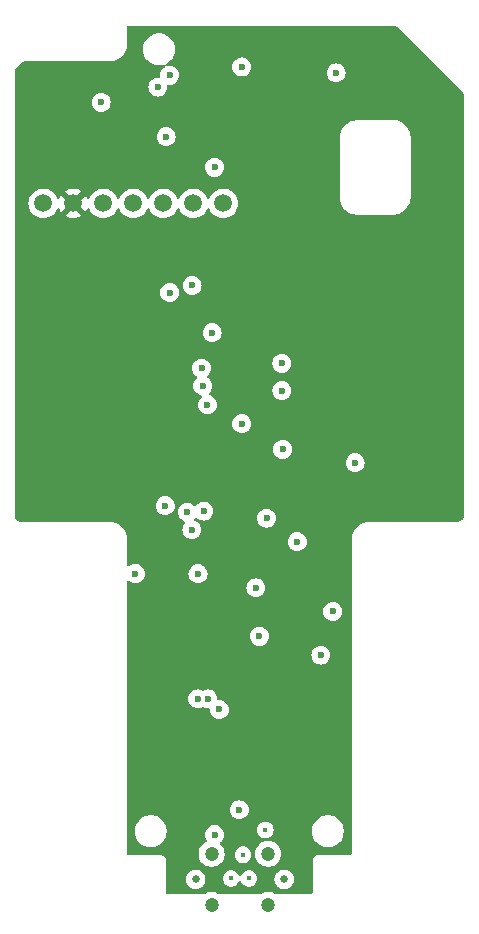
<source format=gbr>
%TF.GenerationSoftware,KiCad,Pcbnew,8.0.8*%
%TF.CreationDate,2025-03-31T21:39:46-04:00*%
%TF.ProjectId,vindriktrning-esp32-s3,76696e64-7269-46b7-9472-6e696e672d65,rev?*%
%TF.SameCoordinates,Original*%
%TF.FileFunction,Copper,L2,Inr*%
%TF.FilePolarity,Positive*%
%FSLAX46Y46*%
G04 Gerber Fmt 4.6, Leading zero omitted, Abs format (unit mm)*
G04 Created by KiCad (PCBNEW 8.0.8) date 2025-03-31 21:39:46*
%MOMM*%
%LPD*%
G01*
G04 APERTURE LIST*
%TA.AperFunction,ComponentPad*%
%ADD10C,1.500000*%
%TD*%
%TA.AperFunction,ComponentPad*%
%ADD11C,1.200000*%
%TD*%
%TA.AperFunction,ComponentPad*%
%ADD12C,0.650000*%
%TD*%
%TA.AperFunction,ViaPad*%
%ADD13C,0.600000*%
%TD*%
%TA.AperFunction,ViaPad*%
%ADD14C,0.400000*%
%TD*%
G04 APERTURE END LIST*
D10*
%TO.N,+3V3*%
%TO.C,IC1*%
X85725000Y-92800000D03*
%TO.N,GND*%
X88265000Y-92800000D03*
%TO.N,SCL*%
X90805000Y-92800000D03*
%TO.N,SDA*%
X93345000Y-92800000D03*
%TO.N,unconnected-(IC1-RDY-Pad5)*%
X95885000Y-92800000D03*
%TO.N,unconnected-(IC1-PWM-Pad6)*%
X98425000Y-92800000D03*
%TO.N,unconnected-(IC1-SEL-Pad7)*%
X100965000Y-92800000D03*
%TD*%
D11*
%TO.N,unconnected-(USB1-EH-Pad17)*%
%TO.C,USB1*%
X104775000Y-152175000D03*
X104775000Y-147875000D03*
X99975000Y-152175000D03*
X99975000Y-147875000D03*
D12*
%TO.N,*%
X106125000Y-150025000D03*
X98625000Y-150025000D03*
%TD*%
D13*
%TO.N,IO3*%
X98300000Y-120425000D03*
X96050000Y-118400000D03*
%TO.N,GND*%
X102825000Y-120350000D03*
X92225000Y-103850000D03*
X99425000Y-115750000D03*
X102325000Y-105850000D03*
X109025000Y-107550000D03*
X97925000Y-142550000D03*
X97325000Y-119750000D03*
X104375000Y-115775000D03*
X107575000Y-140575000D03*
X92625000Y-118750000D03*
X90825000Y-119050000D03*
X104525000Y-108550000D03*
X91025000Y-103850000D03*
%TO.N,+3V3*%
X93525000Y-124150000D03*
X98825000Y-124150000D03*
X105925000Y-108650000D03*
X105925000Y-106350000D03*
X104025000Y-129450000D03*
X95425000Y-82950000D03*
X90625000Y-84250000D03*
X109225000Y-131050000D03*
%TO.N,SDA*%
X98325000Y-99750000D03*
X100025000Y-103750000D03*
%TO.N,SCL*%
X99125000Y-106750000D03*
X96425000Y-100350000D03*
%TO.N,+5V*%
X100225000Y-89750000D03*
X112125000Y-114750000D03*
X110225000Y-127350000D03*
X100625000Y-135650000D03*
X102525000Y-81250000D03*
%TO.N,Net-(LED1-DI)*%
X107225000Y-121450000D03*
X104625000Y-119450000D03*
%TO.N,TX2*%
X96125000Y-87150000D03*
X99625000Y-109850000D03*
%TO.N,RX2*%
X99225000Y-108250000D03*
X96425000Y-81950000D03*
%TO.N,LED_DATA*%
X99325000Y-118850000D03*
X103725000Y-125350000D03*
%TO.N,LIGHT*%
X97925000Y-118950000D03*
X110525000Y-81750000D03*
D14*
%TO.N,CC2*%
X104525000Y-145850000D03*
X103125000Y-149950000D03*
D13*
%TO.N,D+*%
X98800000Y-134750000D03*
X102525000Y-111450000D03*
%TO.N,D-*%
X105991325Y-113630312D03*
D14*
X101625000Y-149950000D03*
X102625000Y-147950000D03*
D13*
X99650000Y-134750000D03*
%TO.N,5VIN*%
X102325000Y-144150000D03*
X100225000Y-146250000D03*
%TD*%
%TA.AperFunction,Conductor*%
%TO.N,GND*%
G36*
X115416860Y-77751097D02*
G01*
X115426023Y-77751999D01*
X115496093Y-77758900D01*
X115519924Y-77763639D01*
X115590267Y-77784977D01*
X115612713Y-77794275D01*
X115677544Y-77828927D01*
X115697735Y-77842418D01*
X115759212Y-77892870D01*
X115768219Y-77901034D01*
X121163022Y-83295835D01*
X121163026Y-83295839D01*
X121173892Y-83306706D01*
X121182062Y-83315721D01*
X121232569Y-83377267D01*
X121246074Y-83397480D01*
X121280717Y-83462298D01*
X121290018Y-83484754D01*
X121311348Y-83555075D01*
X121316090Y-83578916D01*
X121323902Y-83658244D01*
X121324499Y-83670396D01*
X121324499Y-83740086D01*
X121324500Y-83740099D01*
X121324500Y-119243054D01*
X121323720Y-119256944D01*
X121313536Y-119347288D01*
X121307356Y-119374357D01*
X121279642Y-119453550D01*
X121267594Y-119478566D01*
X121222947Y-119549617D01*
X121205633Y-119571326D01*
X121146305Y-119630650D01*
X121124599Y-119647960D01*
X121053548Y-119692604D01*
X121028529Y-119704652D01*
X120949331Y-119732363D01*
X120922262Y-119738541D01*
X120858445Y-119745731D01*
X120831921Y-119748720D01*
X120818040Y-119749500D01*
X113343489Y-119749500D01*
X113342331Y-119749495D01*
X113339898Y-119749472D01*
X113339899Y-119749472D01*
X113231900Y-119748463D01*
X113231894Y-119748463D01*
X113017830Y-119777299D01*
X113017825Y-119777300D01*
X112810092Y-119836493D01*
X112612969Y-119924827D01*
X112612962Y-119924831D01*
X112430525Y-120040481D01*
X112430524Y-120040481D01*
X112266532Y-120181062D01*
X112266529Y-120181065D01*
X112124362Y-120343673D01*
X112124359Y-120343677D01*
X112006937Y-120524978D01*
X112006932Y-120524986D01*
X111916685Y-120721229D01*
X111916682Y-120721238D01*
X111855465Y-120928385D01*
X111855464Y-120928387D01*
X111824543Y-121142165D01*
X111824543Y-121142168D01*
X111824529Y-121176108D01*
X111824500Y-121176562D01*
X111824500Y-147825500D01*
X111804815Y-147892539D01*
X111752011Y-147938294D01*
X111700500Y-147949500D01*
X108959108Y-147949500D01*
X108831812Y-147983608D01*
X108717686Y-148049500D01*
X108717683Y-148049502D01*
X108624502Y-148142683D01*
X108624500Y-148142686D01*
X108558608Y-148256812D01*
X108524500Y-148384108D01*
X108524500Y-151125500D01*
X108504815Y-151192539D01*
X108452011Y-151238294D01*
X108400500Y-151249500D01*
X105406036Y-151249500D01*
X105340759Y-151230927D01*
X105267637Y-151185652D01*
X105077456Y-151111976D01*
X104876976Y-151074500D01*
X104673024Y-151074500D01*
X104472544Y-151111976D01*
X104472541Y-151111976D01*
X104472541Y-151111977D01*
X104282365Y-151185651D01*
X104282364Y-151185651D01*
X104271240Y-151192539D01*
X104209240Y-151230927D01*
X104143964Y-151249500D01*
X100606036Y-151249500D01*
X100540759Y-151230927D01*
X100467637Y-151185652D01*
X100277456Y-151111976D01*
X100076976Y-151074500D01*
X99873024Y-151074500D01*
X99672544Y-151111976D01*
X99672541Y-151111976D01*
X99672541Y-151111977D01*
X99482365Y-151185651D01*
X99482364Y-151185651D01*
X99471240Y-151192539D01*
X99409240Y-151230927D01*
X99343964Y-151249500D01*
X96249500Y-151249500D01*
X96182461Y-151229815D01*
X96136706Y-151177011D01*
X96125500Y-151125500D01*
X96125500Y-150024999D01*
X97794953Y-150024999D01*
X97798821Y-150061800D01*
X97799500Y-150074761D01*
X97799500Y-150106309D01*
X97806868Y-150143351D01*
X97808571Y-150154576D01*
X97813091Y-150197572D01*
X97813091Y-150197574D01*
X97813092Y-150197576D01*
X97813185Y-150197862D01*
X97822601Y-150226844D01*
X97826285Y-150240963D01*
X97831224Y-150265791D01*
X97848057Y-150306432D01*
X97851425Y-150315562D01*
X97866711Y-150362605D01*
X97866712Y-150362608D01*
X97866714Y-150362611D01*
X97878975Y-150383849D01*
X97878982Y-150383860D01*
X97886154Y-150398404D01*
X97893450Y-150416018D01*
X97893451Y-150416020D01*
X97893452Y-150416021D01*
X97921344Y-150457764D01*
X97925627Y-150464651D01*
X97953476Y-150512886D01*
X97953480Y-150512891D01*
X97965715Y-150526480D01*
X97976666Y-150540560D01*
X97983793Y-150551227D01*
X97983794Y-150551228D01*
X98023697Y-150591130D01*
X98028168Y-150595841D01*
X98069588Y-150641844D01*
X98079325Y-150648918D01*
X98094123Y-150661557D01*
X98098770Y-150666204D01*
X98098773Y-150666206D01*
X98098775Y-150666208D01*
X98150878Y-150701021D01*
X98154843Y-150703784D01*
X98209976Y-150743842D01*
X98215248Y-150746189D01*
X98215259Y-150746194D01*
X98233714Y-150756371D01*
X98233763Y-150756403D01*
X98233979Y-150756548D01*
X98297630Y-150782912D01*
X98300514Y-150784151D01*
X98368501Y-150814422D01*
X98372813Y-150815823D01*
X98378225Y-150817520D01*
X98378381Y-150817007D01*
X98384208Y-150818774D01*
X98384211Y-150818776D01*
X98457931Y-150833439D01*
X98459390Y-150833740D01*
X98538236Y-150850500D01*
X98711763Y-150850500D01*
X98711764Y-150850500D01*
X98790626Y-150833736D01*
X98792051Y-150833443D01*
X98865789Y-150818776D01*
X98865794Y-150818773D01*
X98865798Y-150818773D01*
X98871627Y-150817005D01*
X98871782Y-150817516D01*
X98877255Y-150815800D01*
X98881495Y-150814423D01*
X98881495Y-150814422D01*
X98881499Y-150814422D01*
X98949494Y-150784147D01*
X98952358Y-150782917D01*
X99016021Y-150756548D01*
X99016274Y-150756378D01*
X99034742Y-150746193D01*
X99040024Y-150743842D01*
X99095163Y-150703779D01*
X99099127Y-150701018D01*
X99133653Y-150677948D01*
X99151225Y-150666208D01*
X99155870Y-150661562D01*
X99170667Y-150648923D01*
X99180410Y-150641845D01*
X99221852Y-150595817D01*
X99226283Y-150591148D01*
X99266208Y-150551225D01*
X99273340Y-150540549D01*
X99284285Y-150526477D01*
X99296522Y-150512889D01*
X99324373Y-150464647D01*
X99328633Y-150457796D01*
X99356548Y-150416021D01*
X99363846Y-150398402D01*
X99371017Y-150383859D01*
X99383286Y-150362611D01*
X99398577Y-150315548D01*
X99401932Y-150306453D01*
X99418776Y-150265789D01*
X99423715Y-150240957D01*
X99427401Y-150226835D01*
X99428938Y-150222103D01*
X99436908Y-150197576D01*
X99441427Y-150154576D01*
X99443125Y-150143373D01*
X99450500Y-150106305D01*
X99450500Y-150074761D01*
X99451179Y-150061800D01*
X99455047Y-150025000D01*
X99451179Y-149988198D01*
X99450500Y-149975237D01*
X99450500Y-149950000D01*
X100919355Y-149950000D01*
X100939859Y-150118869D01*
X100939860Y-150118874D01*
X101000182Y-150277931D01*
X101026165Y-150315573D01*
X101096817Y-150417929D01*
X101149566Y-150464660D01*
X101224150Y-150530736D01*
X101374773Y-150609789D01*
X101374775Y-150609790D01*
X101539944Y-150650500D01*
X101710056Y-150650500D01*
X101875225Y-150609790D01*
X101954692Y-150568081D01*
X102025849Y-150530736D01*
X102025850Y-150530734D01*
X102025852Y-150530734D01*
X102153183Y-150417929D01*
X102249818Y-150277930D01*
X102259058Y-150253564D01*
X102301236Y-150197862D01*
X102366833Y-150173805D01*
X102435023Y-150189032D01*
X102484157Y-150238707D01*
X102490942Y-150253565D01*
X102500182Y-150277931D01*
X102526165Y-150315573D01*
X102596817Y-150417929D01*
X102649566Y-150464660D01*
X102724150Y-150530736D01*
X102874773Y-150609789D01*
X102874775Y-150609790D01*
X103039944Y-150650500D01*
X103210056Y-150650500D01*
X103375225Y-150609790D01*
X103454692Y-150568081D01*
X103525849Y-150530736D01*
X103525850Y-150530734D01*
X103525852Y-150530734D01*
X103653183Y-150417929D01*
X103749818Y-150277930D01*
X103810140Y-150118872D01*
X103821538Y-150024999D01*
X105294953Y-150024999D01*
X105298821Y-150061800D01*
X105299500Y-150074761D01*
X105299500Y-150106309D01*
X105306868Y-150143351D01*
X105308571Y-150154576D01*
X105313091Y-150197572D01*
X105313091Y-150197574D01*
X105313092Y-150197576D01*
X105313185Y-150197862D01*
X105322601Y-150226844D01*
X105326285Y-150240963D01*
X105331224Y-150265791D01*
X105348057Y-150306432D01*
X105351425Y-150315562D01*
X105366711Y-150362605D01*
X105366712Y-150362608D01*
X105366714Y-150362611D01*
X105378975Y-150383849D01*
X105378982Y-150383860D01*
X105386154Y-150398404D01*
X105393450Y-150416018D01*
X105393451Y-150416020D01*
X105393452Y-150416021D01*
X105421344Y-150457764D01*
X105425627Y-150464651D01*
X105453476Y-150512886D01*
X105453480Y-150512891D01*
X105465715Y-150526480D01*
X105476666Y-150540560D01*
X105483793Y-150551227D01*
X105483794Y-150551228D01*
X105523697Y-150591130D01*
X105528168Y-150595841D01*
X105569588Y-150641844D01*
X105579325Y-150648918D01*
X105594123Y-150661557D01*
X105598770Y-150666204D01*
X105598773Y-150666206D01*
X105598775Y-150666208D01*
X105650878Y-150701021D01*
X105654843Y-150703784D01*
X105709976Y-150743842D01*
X105715248Y-150746189D01*
X105715259Y-150746194D01*
X105733714Y-150756371D01*
X105733763Y-150756403D01*
X105733979Y-150756548D01*
X105797630Y-150782912D01*
X105800514Y-150784151D01*
X105868501Y-150814422D01*
X105872813Y-150815823D01*
X105878225Y-150817520D01*
X105878381Y-150817007D01*
X105884208Y-150818774D01*
X105884211Y-150818776D01*
X105957931Y-150833439D01*
X105959390Y-150833740D01*
X106038236Y-150850500D01*
X106211763Y-150850500D01*
X106211764Y-150850500D01*
X106290626Y-150833736D01*
X106292051Y-150833443D01*
X106365789Y-150818776D01*
X106365794Y-150818773D01*
X106365798Y-150818773D01*
X106371627Y-150817005D01*
X106371782Y-150817516D01*
X106377255Y-150815800D01*
X106381495Y-150814423D01*
X106381495Y-150814422D01*
X106381499Y-150814422D01*
X106449494Y-150784147D01*
X106452358Y-150782917D01*
X106516021Y-150756548D01*
X106516274Y-150756378D01*
X106534742Y-150746193D01*
X106540024Y-150743842D01*
X106595163Y-150703779D01*
X106599127Y-150701018D01*
X106633653Y-150677948D01*
X106651225Y-150666208D01*
X106655870Y-150661562D01*
X106670667Y-150648923D01*
X106680410Y-150641845D01*
X106721852Y-150595817D01*
X106726283Y-150591148D01*
X106766208Y-150551225D01*
X106773340Y-150540549D01*
X106784285Y-150526477D01*
X106796522Y-150512889D01*
X106824373Y-150464647D01*
X106828633Y-150457796D01*
X106856548Y-150416021D01*
X106863846Y-150398402D01*
X106871017Y-150383859D01*
X106883286Y-150362611D01*
X106898577Y-150315548D01*
X106901932Y-150306453D01*
X106918776Y-150265789D01*
X106923715Y-150240957D01*
X106927401Y-150226835D01*
X106928938Y-150222103D01*
X106936908Y-150197576D01*
X106941427Y-150154576D01*
X106943125Y-150143373D01*
X106950500Y-150106305D01*
X106950500Y-150074761D01*
X106951179Y-150061800D01*
X106955047Y-150025000D01*
X106951179Y-149988198D01*
X106950500Y-149975237D01*
X106950500Y-149943690D01*
X106943130Y-149906647D01*
X106941425Y-149895409D01*
X106936908Y-149852428D01*
X106936908Y-149852424D01*
X106927396Y-149823151D01*
X106923715Y-149809041D01*
X106918776Y-149784211D01*
X106901933Y-149743549D01*
X106898579Y-149734457D01*
X106883286Y-149687389D01*
X106871018Y-149666140D01*
X106863844Y-149651592D01*
X106856550Y-149633983D01*
X106856549Y-149633982D01*
X106856548Y-149633979D01*
X106828641Y-149592213D01*
X106824367Y-149585340D01*
X106796522Y-149537111D01*
X106784284Y-149523519D01*
X106773337Y-149509445D01*
X106766208Y-149498775D01*
X106726297Y-149458864D01*
X106721831Y-149454158D01*
X106680410Y-149408155D01*
X106670666Y-149401075D01*
X106655875Y-149388441D01*
X106651227Y-149383793D01*
X106599135Y-149348987D01*
X106595140Y-149346203D01*
X106595133Y-149346198D01*
X106540024Y-149306158D01*
X106540023Y-149306157D01*
X106540021Y-149306156D01*
X106534740Y-149303805D01*
X106516282Y-149293626D01*
X106516025Y-149293454D01*
X106516018Y-149293450D01*
X106452426Y-149267110D01*
X106449444Y-149265829D01*
X106381500Y-149235578D01*
X106378170Y-149234496D01*
X106371766Y-149232502D01*
X106371618Y-149232992D01*
X106365788Y-149231223D01*
X106292155Y-149216576D01*
X106290567Y-149216249D01*
X106211768Y-149199500D01*
X106211764Y-149199500D01*
X106038236Y-149199500D01*
X105959372Y-149216262D01*
X105957786Y-149216588D01*
X105884203Y-149231225D01*
X105878380Y-149232992D01*
X105878237Y-149232523D01*
X105871296Y-149234669D01*
X105868504Y-149235576D01*
X105800571Y-149265821D01*
X105797595Y-149267099D01*
X105733982Y-149293450D01*
X105733975Y-149293454D01*
X105733696Y-149293641D01*
X105715269Y-149303801D01*
X105709983Y-149306154D01*
X105709973Y-149306160D01*
X105654864Y-149346198D01*
X105650875Y-149348978D01*
X105598778Y-149383789D01*
X105598768Y-149383797D01*
X105594122Y-149388444D01*
X105579336Y-149401072D01*
X105569595Y-149408149D01*
X105528167Y-149454159D01*
X105523701Y-149458864D01*
X105483795Y-149498771D01*
X105483790Y-149498776D01*
X105476659Y-149509449D01*
X105465715Y-149523519D01*
X105453479Y-149537108D01*
X105425632Y-149585340D01*
X105421349Y-149592226D01*
X105393454Y-149633974D01*
X105393453Y-149633976D01*
X105386153Y-149651598D01*
X105378986Y-149666130D01*
X105366713Y-149687389D01*
X105351428Y-149734433D01*
X105348059Y-149743564D01*
X105331223Y-149784211D01*
X105331222Y-149784213D01*
X105326283Y-149809041D01*
X105322600Y-149823156D01*
X105313092Y-149852422D01*
X105308571Y-149895424D01*
X105306869Y-149906648D01*
X105299500Y-149943696D01*
X105299500Y-149975237D01*
X105298821Y-149988198D01*
X105294953Y-150024999D01*
X103821538Y-150024999D01*
X103830645Y-149950000D01*
X103810140Y-149781128D01*
X103749818Y-149622070D01*
X103653183Y-149482071D01*
X103525852Y-149369266D01*
X103525849Y-149369263D01*
X103375226Y-149290210D01*
X103210056Y-149249500D01*
X103039944Y-149249500D01*
X102874773Y-149290210D01*
X102724150Y-149369263D01*
X102596816Y-149482072D01*
X102500183Y-149622067D01*
X102500183Y-149622068D01*
X102500182Y-149622070D01*
X102495665Y-149633982D01*
X102490942Y-149646435D01*
X102448763Y-149702137D01*
X102383166Y-149726194D01*
X102314975Y-149710967D01*
X102265843Y-149661290D01*
X102259058Y-149646435D01*
X102249818Y-149622070D01*
X102153183Y-149482071D01*
X102025852Y-149369266D01*
X102025849Y-149369263D01*
X101875226Y-149290210D01*
X101710056Y-149249500D01*
X101539944Y-149249500D01*
X101374773Y-149290210D01*
X101224150Y-149369263D01*
X101096816Y-149482072D01*
X101000182Y-149622068D01*
X100939860Y-149781125D01*
X100939859Y-149781130D01*
X100919355Y-149950000D01*
X99450500Y-149950000D01*
X99450500Y-149943690D01*
X99443130Y-149906647D01*
X99441425Y-149895409D01*
X99436908Y-149852428D01*
X99436908Y-149852424D01*
X99427396Y-149823151D01*
X99423715Y-149809041D01*
X99418776Y-149784211D01*
X99401933Y-149743549D01*
X99398579Y-149734457D01*
X99383286Y-149687389D01*
X99371018Y-149666140D01*
X99363844Y-149651592D01*
X99356550Y-149633983D01*
X99356549Y-149633982D01*
X99356548Y-149633979D01*
X99328641Y-149592213D01*
X99324367Y-149585340D01*
X99296522Y-149537111D01*
X99284284Y-149523519D01*
X99273337Y-149509445D01*
X99266208Y-149498775D01*
X99226297Y-149458864D01*
X99221831Y-149454158D01*
X99180410Y-149408155D01*
X99170666Y-149401075D01*
X99155875Y-149388441D01*
X99151227Y-149383793D01*
X99099135Y-149348987D01*
X99095140Y-149346203D01*
X99095133Y-149346198D01*
X99040024Y-149306158D01*
X99040023Y-149306157D01*
X99040021Y-149306156D01*
X99034740Y-149303805D01*
X99016282Y-149293626D01*
X99016025Y-149293454D01*
X99016018Y-149293450D01*
X98952426Y-149267110D01*
X98949444Y-149265829D01*
X98881500Y-149235578D01*
X98878170Y-149234496D01*
X98871766Y-149232502D01*
X98871618Y-149232992D01*
X98865788Y-149231223D01*
X98792155Y-149216576D01*
X98790567Y-149216249D01*
X98711768Y-149199500D01*
X98711764Y-149199500D01*
X98538236Y-149199500D01*
X98459372Y-149216262D01*
X98457786Y-149216588D01*
X98384203Y-149231225D01*
X98378380Y-149232992D01*
X98378237Y-149232523D01*
X98371296Y-149234669D01*
X98368504Y-149235576D01*
X98300571Y-149265821D01*
X98297595Y-149267099D01*
X98233982Y-149293450D01*
X98233975Y-149293454D01*
X98233696Y-149293641D01*
X98215269Y-149303801D01*
X98209983Y-149306154D01*
X98209973Y-149306160D01*
X98154864Y-149346198D01*
X98150875Y-149348978D01*
X98098778Y-149383789D01*
X98098768Y-149383797D01*
X98094122Y-149388444D01*
X98079336Y-149401072D01*
X98069595Y-149408149D01*
X98028167Y-149454159D01*
X98023701Y-149458864D01*
X97983795Y-149498771D01*
X97983790Y-149498776D01*
X97976659Y-149509449D01*
X97965715Y-149523519D01*
X97953479Y-149537108D01*
X97925632Y-149585340D01*
X97921349Y-149592226D01*
X97893454Y-149633974D01*
X97893453Y-149633976D01*
X97886153Y-149651598D01*
X97878986Y-149666130D01*
X97866713Y-149687389D01*
X97851428Y-149734433D01*
X97848059Y-149743564D01*
X97831223Y-149784211D01*
X97831222Y-149784213D01*
X97826283Y-149809041D01*
X97822600Y-149823156D01*
X97813092Y-149852422D01*
X97808571Y-149895424D01*
X97806869Y-149906648D01*
X97799500Y-149943696D01*
X97799500Y-149975237D01*
X97798821Y-149988198D01*
X97794953Y-150024999D01*
X96125500Y-150024999D01*
X96125500Y-148384110D01*
X96125500Y-148384108D01*
X96091392Y-148256814D01*
X96025500Y-148142686D01*
X95932314Y-148049500D01*
X95875250Y-148016554D01*
X95818187Y-147983608D01*
X95754539Y-147966554D01*
X95690892Y-147949500D01*
X95690891Y-147949500D01*
X92949500Y-147949500D01*
X92882461Y-147929815D01*
X92836706Y-147877011D01*
X92836268Y-147874999D01*
X98869785Y-147874999D01*
X98869785Y-147875000D01*
X98888602Y-148078082D01*
X98944417Y-148274247D01*
X98944422Y-148274260D01*
X99035327Y-148456821D01*
X99158237Y-148619581D01*
X99308958Y-148756980D01*
X99308960Y-148756982D01*
X99408141Y-148818392D01*
X99482363Y-148864348D01*
X99672544Y-148938024D01*
X99873024Y-148975500D01*
X99873026Y-148975500D01*
X100076974Y-148975500D01*
X100076976Y-148975500D01*
X100277456Y-148938024D01*
X100467637Y-148864348D01*
X100641041Y-148756981D01*
X100791764Y-148619579D01*
X100914673Y-148456821D01*
X101005582Y-148274250D01*
X101061397Y-148078083D01*
X101073265Y-147950000D01*
X101919355Y-147950000D01*
X101939859Y-148118869D01*
X101939860Y-148118874D01*
X102000182Y-148277931D01*
X102062475Y-148368177D01*
X102096817Y-148417929D01*
X102202505Y-148511560D01*
X102224150Y-148530736D01*
X102374773Y-148609789D01*
X102374775Y-148609790D01*
X102539944Y-148650500D01*
X102710056Y-148650500D01*
X102875225Y-148609790D01*
X102954692Y-148568081D01*
X103025849Y-148530736D01*
X103025850Y-148530734D01*
X103025852Y-148530734D01*
X103153183Y-148417929D01*
X103249818Y-148277930D01*
X103310140Y-148118872D01*
X103330645Y-147950000D01*
X103321538Y-147874999D01*
X103669785Y-147874999D01*
X103669785Y-147875000D01*
X103688602Y-148078082D01*
X103744417Y-148274247D01*
X103744422Y-148274260D01*
X103835327Y-148456821D01*
X103958237Y-148619581D01*
X104108958Y-148756980D01*
X104108960Y-148756982D01*
X104208141Y-148818392D01*
X104282363Y-148864348D01*
X104472544Y-148938024D01*
X104673024Y-148975500D01*
X104673026Y-148975500D01*
X104876974Y-148975500D01*
X104876976Y-148975500D01*
X105077456Y-148938024D01*
X105267637Y-148864348D01*
X105441041Y-148756981D01*
X105591764Y-148619579D01*
X105714673Y-148456821D01*
X105805582Y-148274250D01*
X105861397Y-148078083D01*
X105880215Y-147875000D01*
X105861397Y-147671917D01*
X105805582Y-147475750D01*
X105714673Y-147293179D01*
X105591764Y-147130421D01*
X105591762Y-147130418D01*
X105441041Y-146993019D01*
X105441039Y-146993017D01*
X105267642Y-146885655D01*
X105267639Y-146885653D01*
X105267637Y-146885652D01*
X105267636Y-146885651D01*
X105267635Y-146885651D01*
X105172546Y-146848814D01*
X105077456Y-146811976D01*
X104876976Y-146774500D01*
X104722486Y-146774500D01*
X104655447Y-146754815D01*
X104636990Y-146733515D01*
X104626858Y-146755703D01*
X104568080Y-146793477D01*
X104555938Y-146796386D01*
X104472544Y-146811976D01*
X104472541Y-146811976D01*
X104472541Y-146811977D01*
X104282364Y-146885651D01*
X104282357Y-146885655D01*
X104108960Y-146993017D01*
X104108958Y-146993019D01*
X103958237Y-147130418D01*
X103835327Y-147293178D01*
X103744422Y-147475739D01*
X103744417Y-147475752D01*
X103688602Y-147671917D01*
X103669785Y-147874999D01*
X103321538Y-147874999D01*
X103310140Y-147781128D01*
X103249818Y-147622070D01*
X103153183Y-147482071D01*
X103025852Y-147369266D01*
X103025849Y-147369263D01*
X102875226Y-147290210D01*
X102710056Y-147249500D01*
X102539944Y-147249500D01*
X102374773Y-147290210D01*
X102224150Y-147369263D01*
X102096816Y-147482072D01*
X102000182Y-147622068D01*
X101939860Y-147781125D01*
X101939859Y-147781130D01*
X101919355Y-147950000D01*
X101073265Y-147950000D01*
X101080215Y-147875000D01*
X101061397Y-147671917D01*
X101005582Y-147475750D01*
X100914673Y-147293179D01*
X100791764Y-147130421D01*
X100722472Y-147067253D01*
X100686191Y-147007542D01*
X100687952Y-146937694D01*
X100723269Y-146885671D01*
X100722338Y-146884740D01*
X100777292Y-146829786D01*
X100854816Y-146752262D01*
X100950789Y-146599522D01*
X101010368Y-146429255D01*
X101010369Y-146429249D01*
X101030565Y-146250003D01*
X101030565Y-146249996D01*
X101010369Y-146070750D01*
X101010368Y-146070745D01*
X101005309Y-146056286D01*
X100950789Y-145900478D01*
X100919072Y-145850000D01*
X103819355Y-145850000D01*
X103839859Y-146018869D01*
X103839860Y-146018874D01*
X103900182Y-146177931D01*
X103949926Y-146249996D01*
X103996817Y-146317929D01*
X104102505Y-146411560D01*
X104124150Y-146430736D01*
X104274773Y-146509789D01*
X104274775Y-146509790D01*
X104439944Y-146550500D01*
X104533145Y-146550500D01*
X104600184Y-146570185D01*
X104618640Y-146591484D01*
X104628773Y-146569297D01*
X104687551Y-146531523D01*
X104692811Y-146530103D01*
X104695350Y-146529477D01*
X104775225Y-146509790D01*
X104854692Y-146468081D01*
X104925849Y-146430736D01*
X104925850Y-146430734D01*
X104925852Y-146430734D01*
X105053183Y-146317929D01*
X105149818Y-146177930D01*
X105210140Y-146018872D01*
X105230645Y-145850000D01*
X105229882Y-145843713D01*
X108474500Y-145843713D01*
X108474500Y-146056286D01*
X108505181Y-146250003D01*
X108507754Y-146266243D01*
X108561201Y-146430736D01*
X108573444Y-146468414D01*
X108669951Y-146657820D01*
X108794890Y-146829786D01*
X108945213Y-146980109D01*
X109117179Y-147105048D01*
X109117181Y-147105049D01*
X109117184Y-147105051D01*
X109306588Y-147201557D01*
X109508757Y-147267246D01*
X109718713Y-147300500D01*
X109718714Y-147300500D01*
X109931286Y-147300500D01*
X109931287Y-147300500D01*
X110141243Y-147267246D01*
X110343412Y-147201557D01*
X110532816Y-147105051D01*
X110667027Y-147007542D01*
X110704786Y-146980109D01*
X110704788Y-146980106D01*
X110704792Y-146980104D01*
X110855104Y-146829792D01*
X110855106Y-146829788D01*
X110855109Y-146829786D01*
X110980048Y-146657820D01*
X110980047Y-146657820D01*
X110980051Y-146657816D01*
X111076557Y-146468412D01*
X111142246Y-146266243D01*
X111175500Y-146056287D01*
X111175500Y-145843713D01*
X111142246Y-145633757D01*
X111076557Y-145431588D01*
X110980051Y-145242184D01*
X110980049Y-145242181D01*
X110980048Y-145242179D01*
X110855109Y-145070213D01*
X110704786Y-144919890D01*
X110532820Y-144794951D01*
X110343414Y-144698444D01*
X110343413Y-144698443D01*
X110343412Y-144698443D01*
X110141243Y-144632754D01*
X110141241Y-144632753D01*
X110141240Y-144632753D01*
X109979957Y-144607208D01*
X109931287Y-144599500D01*
X109718713Y-144599500D01*
X109670042Y-144607208D01*
X109508760Y-144632753D01*
X109306585Y-144698444D01*
X109117179Y-144794951D01*
X108945213Y-144919890D01*
X108794890Y-145070213D01*
X108669951Y-145242179D01*
X108573444Y-145431585D01*
X108507753Y-145633760D01*
X108474500Y-145843713D01*
X105229882Y-145843713D01*
X105210140Y-145681128D01*
X105149818Y-145522070D01*
X105053183Y-145382071D01*
X104925852Y-145269266D01*
X104925849Y-145269263D01*
X104775226Y-145190210D01*
X104610056Y-145149500D01*
X104439944Y-145149500D01*
X104274773Y-145190210D01*
X104124150Y-145269263D01*
X103996816Y-145382072D01*
X103900182Y-145522068D01*
X103839860Y-145681125D01*
X103839859Y-145681130D01*
X103819355Y-145850000D01*
X100919072Y-145850000D01*
X100854816Y-145747738D01*
X100727262Y-145620184D01*
X100574523Y-145524211D01*
X100404254Y-145464631D01*
X100404249Y-145464630D01*
X100225004Y-145444435D01*
X100224996Y-145444435D01*
X100045750Y-145464630D01*
X100045745Y-145464631D01*
X99875476Y-145524211D01*
X99722737Y-145620184D01*
X99595184Y-145747737D01*
X99499211Y-145900476D01*
X99439631Y-146070745D01*
X99439630Y-146070750D01*
X99419435Y-146249996D01*
X99419435Y-146250003D01*
X99439630Y-146429249D01*
X99439631Y-146429254D01*
X99499211Y-146599523D01*
X99560520Y-146697096D01*
X99579520Y-146764333D01*
X99559152Y-146831168D01*
X99505884Y-146876382D01*
X99500322Y-146878694D01*
X99482368Y-146885649D01*
X99482359Y-146885653D01*
X99308960Y-146993017D01*
X99308958Y-146993019D01*
X99158237Y-147130418D01*
X99035327Y-147293178D01*
X98944422Y-147475739D01*
X98944417Y-147475752D01*
X98888602Y-147671917D01*
X98869785Y-147874999D01*
X92836268Y-147874999D01*
X92825500Y-147825500D01*
X92825500Y-145843713D01*
X93474500Y-145843713D01*
X93474500Y-146056286D01*
X93505181Y-146250003D01*
X93507754Y-146266243D01*
X93561201Y-146430736D01*
X93573444Y-146468414D01*
X93669951Y-146657820D01*
X93794890Y-146829786D01*
X93945213Y-146980109D01*
X94117179Y-147105048D01*
X94117181Y-147105049D01*
X94117184Y-147105051D01*
X94306588Y-147201557D01*
X94508757Y-147267246D01*
X94718713Y-147300500D01*
X94718714Y-147300500D01*
X94931286Y-147300500D01*
X94931287Y-147300500D01*
X95141243Y-147267246D01*
X95343412Y-147201557D01*
X95532816Y-147105051D01*
X95667027Y-147007542D01*
X95704786Y-146980109D01*
X95704788Y-146980106D01*
X95704792Y-146980104D01*
X95855104Y-146829792D01*
X95855106Y-146829788D01*
X95855109Y-146829786D01*
X95980048Y-146657820D01*
X95980047Y-146657820D01*
X95980051Y-146657816D01*
X96076557Y-146468412D01*
X96142246Y-146266243D01*
X96175500Y-146056287D01*
X96175500Y-145843713D01*
X96142246Y-145633757D01*
X96076557Y-145431588D01*
X95980051Y-145242184D01*
X95980049Y-145242181D01*
X95980048Y-145242179D01*
X95855109Y-145070213D01*
X95704786Y-144919890D01*
X95532820Y-144794951D01*
X95343414Y-144698444D01*
X95343413Y-144698443D01*
X95343412Y-144698443D01*
X95141243Y-144632754D01*
X95141241Y-144632753D01*
X95141240Y-144632753D01*
X94979957Y-144607208D01*
X94931287Y-144599500D01*
X94718713Y-144599500D01*
X94670042Y-144607208D01*
X94508760Y-144632753D01*
X94306585Y-144698444D01*
X94117179Y-144794951D01*
X93945213Y-144919890D01*
X93794890Y-145070213D01*
X93669951Y-145242179D01*
X93573444Y-145431585D01*
X93507753Y-145633760D01*
X93474500Y-145843713D01*
X92825500Y-145843713D01*
X92825500Y-144149996D01*
X101519435Y-144149996D01*
X101519435Y-144150003D01*
X101539630Y-144329249D01*
X101539631Y-144329254D01*
X101599211Y-144499523D01*
X101662031Y-144599500D01*
X101695184Y-144652262D01*
X101822738Y-144779816D01*
X101975478Y-144875789D01*
X102101529Y-144919896D01*
X102145745Y-144935368D01*
X102145750Y-144935369D01*
X102324996Y-144955565D01*
X102325000Y-144955565D01*
X102325004Y-144955565D01*
X102504249Y-144935369D01*
X102504252Y-144935368D01*
X102504255Y-144935368D01*
X102674522Y-144875789D01*
X102827262Y-144779816D01*
X102954816Y-144652262D01*
X103050789Y-144499522D01*
X103110368Y-144329255D01*
X103130565Y-144150000D01*
X103110368Y-143970745D01*
X103050789Y-143800478D01*
X102954816Y-143647738D01*
X102827262Y-143520184D01*
X102674523Y-143424211D01*
X102504254Y-143364631D01*
X102504249Y-143364630D01*
X102325004Y-143344435D01*
X102324996Y-143344435D01*
X102145750Y-143364630D01*
X102145745Y-143364631D01*
X101975476Y-143424211D01*
X101822737Y-143520184D01*
X101695184Y-143647737D01*
X101599211Y-143800476D01*
X101539631Y-143970745D01*
X101539630Y-143970750D01*
X101519435Y-144149996D01*
X92825500Y-144149996D01*
X92825500Y-134749996D01*
X97994435Y-134749996D01*
X97994435Y-134750003D01*
X98014630Y-134929249D01*
X98014631Y-134929254D01*
X98074211Y-135099523D01*
X98104507Y-135147738D01*
X98170184Y-135252262D01*
X98297738Y-135379816D01*
X98388080Y-135436582D01*
X98442450Y-135470745D01*
X98450478Y-135475789D01*
X98617521Y-135534240D01*
X98620745Y-135535368D01*
X98620750Y-135535369D01*
X98799996Y-135555565D01*
X98800000Y-135555565D01*
X98800004Y-135555565D01*
X98979249Y-135535369D01*
X98979251Y-135535368D01*
X98979255Y-135535368D01*
X98979258Y-135535366D01*
X98979262Y-135535366D01*
X99045840Y-135512068D01*
X99149522Y-135475789D01*
X99159028Y-135469815D01*
X99226263Y-135450815D01*
X99290971Y-135469815D01*
X99300478Y-135475789D01*
X99352318Y-135493928D01*
X99470737Y-135535366D01*
X99470743Y-135535367D01*
X99470745Y-135535368D01*
X99470746Y-135535368D01*
X99470750Y-135535369D01*
X99649996Y-135555565D01*
X99650000Y-135555565D01*
X99650001Y-135555565D01*
X99660361Y-135554397D01*
X99683582Y-135551781D01*
X99752404Y-135563835D01*
X99803784Y-135611183D01*
X99820687Y-135661118D01*
X99839630Y-135829249D01*
X99839631Y-135829254D01*
X99899211Y-135999523D01*
X99995184Y-136152262D01*
X100122738Y-136279816D01*
X100275478Y-136375789D01*
X100445745Y-136435368D01*
X100445750Y-136435369D01*
X100624996Y-136455565D01*
X100625000Y-136455565D01*
X100625004Y-136455565D01*
X100804249Y-136435369D01*
X100804252Y-136435368D01*
X100804255Y-136435368D01*
X100974522Y-136375789D01*
X101127262Y-136279816D01*
X101254816Y-136152262D01*
X101350789Y-135999522D01*
X101410368Y-135829255D01*
X101410369Y-135829249D01*
X101430565Y-135650003D01*
X101430565Y-135649996D01*
X101410369Y-135470750D01*
X101410368Y-135470745D01*
X101403394Y-135450815D01*
X101350789Y-135300478D01*
X101254816Y-135147738D01*
X101127262Y-135020184D01*
X100974523Y-134924211D01*
X100804254Y-134864631D01*
X100804249Y-134864630D01*
X100625004Y-134844435D01*
X100625002Y-134844435D01*
X100625000Y-134844435D01*
X100610885Y-134846025D01*
X100591413Y-134848219D01*
X100522592Y-134836163D01*
X100471213Y-134788813D01*
X100454312Y-134738881D01*
X100435369Y-134570750D01*
X100435368Y-134570745D01*
X100375788Y-134400476D01*
X100279815Y-134247737D01*
X100152262Y-134120184D01*
X99999523Y-134024211D01*
X99829254Y-133964631D01*
X99829249Y-133964630D01*
X99650004Y-133944435D01*
X99649996Y-133944435D01*
X99470750Y-133964630D01*
X99470745Y-133964631D01*
X99300474Y-134024212D01*
X99290968Y-134030185D01*
X99223731Y-134049183D01*
X99159032Y-134030185D01*
X99149525Y-134024212D01*
X98979254Y-133964631D01*
X98979249Y-133964630D01*
X98800004Y-133944435D01*
X98799996Y-133944435D01*
X98620750Y-133964630D01*
X98620745Y-133964631D01*
X98450476Y-134024211D01*
X98297737Y-134120184D01*
X98170184Y-134247737D01*
X98074211Y-134400476D01*
X98014631Y-134570745D01*
X98014630Y-134570750D01*
X97994435Y-134749996D01*
X92825500Y-134749996D01*
X92825500Y-131049996D01*
X108419435Y-131049996D01*
X108419435Y-131050003D01*
X108439630Y-131229249D01*
X108439631Y-131229254D01*
X108499211Y-131399523D01*
X108595184Y-131552262D01*
X108722738Y-131679816D01*
X108875478Y-131775789D01*
X109045745Y-131835368D01*
X109045750Y-131835369D01*
X109224996Y-131855565D01*
X109225000Y-131855565D01*
X109225004Y-131855565D01*
X109404249Y-131835369D01*
X109404252Y-131835368D01*
X109404255Y-131835368D01*
X109574522Y-131775789D01*
X109727262Y-131679816D01*
X109854816Y-131552262D01*
X109950789Y-131399522D01*
X110010368Y-131229255D01*
X110030565Y-131050000D01*
X110010368Y-130870745D01*
X109950789Y-130700478D01*
X109854816Y-130547738D01*
X109727262Y-130420184D01*
X109574523Y-130324211D01*
X109404254Y-130264631D01*
X109404249Y-130264630D01*
X109225004Y-130244435D01*
X109224996Y-130244435D01*
X109045750Y-130264630D01*
X109045745Y-130264631D01*
X108875476Y-130324211D01*
X108722737Y-130420184D01*
X108595184Y-130547737D01*
X108499211Y-130700476D01*
X108439631Y-130870745D01*
X108439630Y-130870750D01*
X108419435Y-131049996D01*
X92825500Y-131049996D01*
X92825500Y-129449996D01*
X103219435Y-129449996D01*
X103219435Y-129450003D01*
X103239630Y-129629249D01*
X103239631Y-129629254D01*
X103299211Y-129799523D01*
X103395184Y-129952262D01*
X103522738Y-130079816D01*
X103675478Y-130175789D01*
X103845745Y-130235368D01*
X103845750Y-130235369D01*
X104024996Y-130255565D01*
X104025000Y-130255565D01*
X104025004Y-130255565D01*
X104204249Y-130235369D01*
X104204252Y-130235368D01*
X104204255Y-130235368D01*
X104374522Y-130175789D01*
X104527262Y-130079816D01*
X104654816Y-129952262D01*
X104750789Y-129799522D01*
X104810368Y-129629255D01*
X104830565Y-129450000D01*
X104810368Y-129270745D01*
X104750789Y-129100478D01*
X104654816Y-128947738D01*
X104527262Y-128820184D01*
X104374523Y-128724211D01*
X104204254Y-128664631D01*
X104204249Y-128664630D01*
X104025004Y-128644435D01*
X104024996Y-128644435D01*
X103845750Y-128664630D01*
X103845745Y-128664631D01*
X103675476Y-128724211D01*
X103522737Y-128820184D01*
X103395184Y-128947737D01*
X103299211Y-129100476D01*
X103239631Y-129270745D01*
X103239630Y-129270750D01*
X103219435Y-129449996D01*
X92825500Y-129449996D01*
X92825500Y-127349996D01*
X109419435Y-127349996D01*
X109419435Y-127350003D01*
X109439630Y-127529249D01*
X109439631Y-127529254D01*
X109499211Y-127699523D01*
X109595184Y-127852262D01*
X109722738Y-127979816D01*
X109875478Y-128075789D01*
X110045745Y-128135368D01*
X110045750Y-128135369D01*
X110224996Y-128155565D01*
X110225000Y-128155565D01*
X110225004Y-128155565D01*
X110404249Y-128135369D01*
X110404252Y-128135368D01*
X110404255Y-128135368D01*
X110574522Y-128075789D01*
X110727262Y-127979816D01*
X110854816Y-127852262D01*
X110950789Y-127699522D01*
X111010368Y-127529255D01*
X111030565Y-127350000D01*
X111010368Y-127170745D01*
X110950789Y-127000478D01*
X110854816Y-126847738D01*
X110727262Y-126720184D01*
X110574523Y-126624211D01*
X110404254Y-126564631D01*
X110404249Y-126564630D01*
X110225004Y-126544435D01*
X110224996Y-126544435D01*
X110045750Y-126564630D01*
X110045745Y-126564631D01*
X109875476Y-126624211D01*
X109722737Y-126720184D01*
X109595184Y-126847737D01*
X109499211Y-127000476D01*
X109439631Y-127170745D01*
X109439630Y-127170750D01*
X109419435Y-127349996D01*
X92825500Y-127349996D01*
X92825500Y-125349996D01*
X102919435Y-125349996D01*
X102919435Y-125350003D01*
X102939630Y-125529249D01*
X102939631Y-125529254D01*
X102999211Y-125699523D01*
X103095184Y-125852262D01*
X103222738Y-125979816D01*
X103375478Y-126075789D01*
X103545745Y-126135368D01*
X103545750Y-126135369D01*
X103724996Y-126155565D01*
X103725000Y-126155565D01*
X103725004Y-126155565D01*
X103904249Y-126135369D01*
X103904252Y-126135368D01*
X103904255Y-126135368D01*
X104074522Y-126075789D01*
X104227262Y-125979816D01*
X104354816Y-125852262D01*
X104450789Y-125699522D01*
X104510368Y-125529255D01*
X104530565Y-125350000D01*
X104510368Y-125170745D01*
X104450789Y-125000478D01*
X104354816Y-124847738D01*
X104227262Y-124720184D01*
X104074523Y-124624211D01*
X103904254Y-124564631D01*
X103904249Y-124564630D01*
X103725004Y-124544435D01*
X103724996Y-124544435D01*
X103545750Y-124564630D01*
X103545745Y-124564631D01*
X103375476Y-124624211D01*
X103222737Y-124720184D01*
X103095184Y-124847737D01*
X102999211Y-125000476D01*
X102939631Y-125170745D01*
X102939630Y-125170750D01*
X102919435Y-125349996D01*
X92825500Y-125349996D01*
X92825500Y-124880012D01*
X92845185Y-124812973D01*
X92897989Y-124767218D01*
X92967147Y-124757274D01*
X93015532Y-124778194D01*
X93016842Y-124776111D01*
X93130833Y-124847737D01*
X93175478Y-124875789D01*
X93187547Y-124880012D01*
X93345745Y-124935368D01*
X93345750Y-124935369D01*
X93524996Y-124955565D01*
X93525000Y-124955565D01*
X93525004Y-124955565D01*
X93704249Y-124935369D01*
X93704252Y-124935368D01*
X93704255Y-124935368D01*
X93874522Y-124875789D01*
X94027262Y-124779816D01*
X94154816Y-124652262D01*
X94250789Y-124499522D01*
X94310368Y-124329255D01*
X94330565Y-124150000D01*
X94330565Y-124149996D01*
X98019435Y-124149996D01*
X98019435Y-124150003D01*
X98039630Y-124329249D01*
X98039631Y-124329254D01*
X98099211Y-124499523D01*
X98140122Y-124564632D01*
X98195184Y-124652262D01*
X98322738Y-124779816D01*
X98375507Y-124812973D01*
X98430833Y-124847737D01*
X98475478Y-124875789D01*
X98487547Y-124880012D01*
X98645745Y-124935368D01*
X98645750Y-124935369D01*
X98824996Y-124955565D01*
X98825000Y-124955565D01*
X98825004Y-124955565D01*
X99004249Y-124935369D01*
X99004252Y-124935368D01*
X99004255Y-124935368D01*
X99174522Y-124875789D01*
X99327262Y-124779816D01*
X99454816Y-124652262D01*
X99550789Y-124499522D01*
X99610368Y-124329255D01*
X99630565Y-124150000D01*
X99610368Y-123970745D01*
X99550789Y-123800478D01*
X99454816Y-123647738D01*
X99327262Y-123520184D01*
X99267591Y-123482690D01*
X99174523Y-123424211D01*
X99004254Y-123364631D01*
X99004249Y-123364630D01*
X98825004Y-123344435D01*
X98824996Y-123344435D01*
X98645750Y-123364630D01*
X98645745Y-123364631D01*
X98475476Y-123424211D01*
X98322737Y-123520184D01*
X98195184Y-123647737D01*
X98099211Y-123800476D01*
X98039631Y-123970745D01*
X98039630Y-123970750D01*
X98019435Y-124149996D01*
X94330565Y-124149996D01*
X94310368Y-123970745D01*
X94250789Y-123800478D01*
X94154816Y-123647738D01*
X94027262Y-123520184D01*
X93967591Y-123482690D01*
X93874523Y-123424211D01*
X93704254Y-123364631D01*
X93704249Y-123364630D01*
X93525004Y-123344435D01*
X93524996Y-123344435D01*
X93345750Y-123364630D01*
X93345745Y-123364631D01*
X93175476Y-123424211D01*
X93016842Y-123523889D01*
X93015402Y-123521598D01*
X92962096Y-123543346D01*
X92893404Y-123530573D01*
X92842522Y-123482690D01*
X92825500Y-123419987D01*
X92825500Y-121449996D01*
X106419435Y-121449996D01*
X106419435Y-121450003D01*
X106439630Y-121629249D01*
X106439631Y-121629254D01*
X106499211Y-121799523D01*
X106595184Y-121952262D01*
X106722738Y-122079816D01*
X106875478Y-122175789D01*
X107045745Y-122235368D01*
X107045750Y-122235369D01*
X107224996Y-122255565D01*
X107225000Y-122255565D01*
X107225004Y-122255565D01*
X107404249Y-122235369D01*
X107404252Y-122235368D01*
X107404255Y-122235368D01*
X107574522Y-122175789D01*
X107727262Y-122079816D01*
X107854816Y-121952262D01*
X107950789Y-121799522D01*
X108010368Y-121629255D01*
X108030565Y-121450000D01*
X108010368Y-121270745D01*
X107950789Y-121100478D01*
X107854816Y-120947738D01*
X107727262Y-120820184D01*
X107654593Y-120774523D01*
X107574523Y-120724211D01*
X107404254Y-120664631D01*
X107404249Y-120664630D01*
X107225004Y-120644435D01*
X107224996Y-120644435D01*
X107045750Y-120664630D01*
X107045745Y-120664631D01*
X106875476Y-120724211D01*
X106722737Y-120820184D01*
X106595184Y-120947737D01*
X106499211Y-121100476D01*
X106439631Y-121270745D01*
X106439630Y-121270750D01*
X106419435Y-121449996D01*
X92825500Y-121449996D01*
X92825500Y-121142685D01*
X92825500Y-121142682D01*
X92803228Y-120987777D01*
X92794955Y-120930234D01*
X92794952Y-120930224D01*
X92794413Y-120928386D01*
X92734484Y-120724289D01*
X92734483Y-120724287D01*
X92734482Y-120724283D01*
X92645327Y-120529060D01*
X92645314Y-120529037D01*
X92529284Y-120348491D01*
X92529274Y-120348477D01*
X92388725Y-120186277D01*
X92376621Y-120175789D01*
X92226511Y-120045718D01*
X92226510Y-120045717D01*
X92226504Y-120045713D01*
X92045958Y-119929683D01*
X92045935Y-119929670D01*
X91850710Y-119840515D01*
X91850698Y-119840510D01*
X91644773Y-119780047D01*
X91644757Y-119780043D01*
X91432314Y-119749500D01*
X91390889Y-119749500D01*
X83831967Y-119749500D01*
X83818166Y-119748729D01*
X83798954Y-119746577D01*
X83728387Y-119738673D01*
X83701490Y-119732574D01*
X83622719Y-119705203D01*
X83597836Y-119693310D01*
X83527063Y-119649205D01*
X83505426Y-119632107D01*
X83446148Y-119573446D01*
X83428829Y-119551994D01*
X83383981Y-119481674D01*
X83371832Y-119456920D01*
X83343640Y-119378438D01*
X83337263Y-119351615D01*
X83326421Y-119263165D01*
X83325500Y-119248079D01*
X83325500Y-118399996D01*
X95244435Y-118399996D01*
X95244435Y-118400003D01*
X95264630Y-118579249D01*
X95264631Y-118579254D01*
X95324211Y-118749523D01*
X95387347Y-118850003D01*
X95420184Y-118902262D01*
X95547738Y-119029816D01*
X95638080Y-119086582D01*
X95660192Y-119100476D01*
X95700478Y-119125789D01*
X95867316Y-119184168D01*
X95870745Y-119185368D01*
X95870750Y-119185369D01*
X96049996Y-119205565D01*
X96050000Y-119205565D01*
X96050004Y-119205565D01*
X96229249Y-119185369D01*
X96229252Y-119185368D01*
X96229255Y-119185368D01*
X96399522Y-119125789D01*
X96552262Y-119029816D01*
X96632082Y-118949996D01*
X97119435Y-118949996D01*
X97119435Y-118950003D01*
X97139630Y-119129249D01*
X97139631Y-119129254D01*
X97199211Y-119299523D01*
X97246233Y-119374357D01*
X97295184Y-119452262D01*
X97422738Y-119579816D01*
X97533170Y-119649205D01*
X97575478Y-119675789D01*
X97642300Y-119699171D01*
X97699076Y-119739893D01*
X97724824Y-119804845D01*
X97711368Y-119873407D01*
X97689029Y-119903892D01*
X97670184Y-119922737D01*
X97574211Y-120075476D01*
X97514631Y-120245745D01*
X97514630Y-120245750D01*
X97494435Y-120424996D01*
X97494435Y-120425003D01*
X97514630Y-120604249D01*
X97514631Y-120604254D01*
X97574211Y-120774523D01*
X97670184Y-120927262D01*
X97797738Y-121054816D01*
X97870409Y-121100478D01*
X97937580Y-121142685D01*
X97950478Y-121150789D01*
X98120745Y-121210368D01*
X98120750Y-121210369D01*
X98299996Y-121230565D01*
X98300000Y-121230565D01*
X98300004Y-121230565D01*
X98479249Y-121210369D01*
X98479252Y-121210368D01*
X98479255Y-121210368D01*
X98649522Y-121150789D01*
X98802262Y-121054816D01*
X98929816Y-120927262D01*
X99025789Y-120774522D01*
X99085368Y-120604255D01*
X99085369Y-120604249D01*
X99105565Y-120425003D01*
X99105565Y-120424996D01*
X99085369Y-120245750D01*
X99085368Y-120245745D01*
X99027307Y-120079816D01*
X99025789Y-120075478D01*
X99007086Y-120045713D01*
X98965967Y-119980272D01*
X98929816Y-119922738D01*
X98802262Y-119795184D01*
X98729556Y-119749500D01*
X98649519Y-119699209D01*
X98582698Y-119675827D01*
X98525922Y-119635106D01*
X98500175Y-119570153D01*
X98513631Y-119501591D01*
X98535971Y-119471106D01*
X98554816Y-119452262D01*
X98564841Y-119436306D01*
X98617174Y-119390014D01*
X98686227Y-119379364D01*
X98750076Y-119407738D01*
X98757517Y-119414595D01*
X98822738Y-119479816D01*
X98825700Y-119481677D01*
X98933825Y-119549617D01*
X98975478Y-119575789D01*
X99117741Y-119625569D01*
X99145745Y-119635368D01*
X99145750Y-119635369D01*
X99324996Y-119655565D01*
X99325000Y-119655565D01*
X99325004Y-119655565D01*
X99504249Y-119635369D01*
X99504252Y-119635368D01*
X99504255Y-119635368D01*
X99674522Y-119575789D01*
X99827262Y-119479816D01*
X99857082Y-119449996D01*
X103819435Y-119449996D01*
X103819435Y-119450003D01*
X103839630Y-119629249D01*
X103839631Y-119629254D01*
X103899211Y-119799523D01*
X103945636Y-119873407D01*
X103995184Y-119952262D01*
X104122738Y-120079816D01*
X104213080Y-120136582D01*
X104248543Y-120158865D01*
X104275478Y-120175789D01*
X104445745Y-120235368D01*
X104445750Y-120235369D01*
X104624996Y-120255565D01*
X104625000Y-120255565D01*
X104625004Y-120255565D01*
X104804249Y-120235369D01*
X104804252Y-120235368D01*
X104804255Y-120235368D01*
X104974522Y-120175789D01*
X105127262Y-120079816D01*
X105254816Y-119952262D01*
X105350789Y-119799522D01*
X105410368Y-119629255D01*
X105410369Y-119629249D01*
X105430565Y-119450003D01*
X105430565Y-119449996D01*
X105410369Y-119270750D01*
X105410368Y-119270745D01*
X105402437Y-119248079D01*
X105350789Y-119100478D01*
X105254816Y-118947738D01*
X105127262Y-118820184D01*
X104974523Y-118724211D01*
X104804254Y-118664631D01*
X104804249Y-118664630D01*
X104625004Y-118644435D01*
X104624996Y-118644435D01*
X104445750Y-118664630D01*
X104445745Y-118664631D01*
X104275476Y-118724211D01*
X104122737Y-118820184D01*
X103995184Y-118947737D01*
X103899211Y-119100476D01*
X103839631Y-119270745D01*
X103839630Y-119270750D01*
X103819435Y-119449996D01*
X99857082Y-119449996D01*
X99954816Y-119352262D01*
X100050789Y-119199522D01*
X100110368Y-119029255D01*
X100110369Y-119029249D01*
X100130565Y-118850003D01*
X100130565Y-118849996D01*
X100110369Y-118670750D01*
X100110368Y-118670745D01*
X100101162Y-118644435D01*
X100050789Y-118500478D01*
X99954816Y-118347738D01*
X99827262Y-118220184D01*
X99738852Y-118164632D01*
X99674523Y-118124211D01*
X99504254Y-118064631D01*
X99504249Y-118064630D01*
X99325004Y-118044435D01*
X99324996Y-118044435D01*
X99145750Y-118064630D01*
X99145745Y-118064631D01*
X98975476Y-118124211D01*
X98822737Y-118220184D01*
X98695184Y-118347737D01*
X98695183Y-118347739D01*
X98685155Y-118363698D01*
X98632819Y-118409988D01*
X98563765Y-118420634D01*
X98499918Y-118392257D01*
X98492482Y-118385404D01*
X98427262Y-118320184D01*
X98274523Y-118224211D01*
X98104254Y-118164631D01*
X98104249Y-118164630D01*
X97925004Y-118144435D01*
X97924996Y-118144435D01*
X97745750Y-118164630D01*
X97745745Y-118164631D01*
X97575476Y-118224211D01*
X97422737Y-118320184D01*
X97295184Y-118447737D01*
X97199211Y-118600476D01*
X97139631Y-118770745D01*
X97139630Y-118770750D01*
X97119435Y-118949996D01*
X96632082Y-118949996D01*
X96679816Y-118902262D01*
X96775789Y-118749522D01*
X96835368Y-118579255D01*
X96844244Y-118500478D01*
X96855565Y-118400003D01*
X96855565Y-118399996D01*
X96835369Y-118220750D01*
X96835368Y-118220745D01*
X96815733Y-118164631D01*
X96775789Y-118050478D01*
X96679816Y-117897738D01*
X96552262Y-117770184D01*
X96399523Y-117674211D01*
X96229254Y-117614631D01*
X96229249Y-117614630D01*
X96050004Y-117594435D01*
X96049996Y-117594435D01*
X95870750Y-117614630D01*
X95870745Y-117614631D01*
X95700476Y-117674211D01*
X95547737Y-117770184D01*
X95420184Y-117897737D01*
X95324211Y-118050476D01*
X95264631Y-118220745D01*
X95264630Y-118220750D01*
X95244435Y-118399996D01*
X83325500Y-118399996D01*
X83325500Y-114749996D01*
X111319435Y-114749996D01*
X111319435Y-114750003D01*
X111339630Y-114929249D01*
X111339631Y-114929254D01*
X111399211Y-115099523D01*
X111495184Y-115252262D01*
X111622738Y-115379816D01*
X111775478Y-115475789D01*
X111945745Y-115535368D01*
X111945750Y-115535369D01*
X112124996Y-115555565D01*
X112125000Y-115555565D01*
X112125004Y-115555565D01*
X112304249Y-115535369D01*
X112304252Y-115535368D01*
X112304255Y-115535368D01*
X112474522Y-115475789D01*
X112627262Y-115379816D01*
X112754816Y-115252262D01*
X112850789Y-115099522D01*
X112910368Y-114929255D01*
X112930565Y-114750000D01*
X112910368Y-114570745D01*
X112850789Y-114400478D01*
X112822904Y-114356100D01*
X112762601Y-114260128D01*
X112754816Y-114247738D01*
X112627262Y-114120184D01*
X112474523Y-114024211D01*
X112304254Y-113964631D01*
X112304249Y-113964630D01*
X112125004Y-113944435D01*
X112124996Y-113944435D01*
X111945750Y-113964630D01*
X111945745Y-113964631D01*
X111775476Y-114024211D01*
X111622737Y-114120184D01*
X111495184Y-114247737D01*
X111399211Y-114400476D01*
X111339631Y-114570745D01*
X111339630Y-114570750D01*
X111319435Y-114749996D01*
X83325500Y-114749996D01*
X83325500Y-113630308D01*
X105185760Y-113630308D01*
X105185760Y-113630315D01*
X105205955Y-113809561D01*
X105205956Y-113809566D01*
X105265536Y-113979835D01*
X105353724Y-114120184D01*
X105361509Y-114132574D01*
X105489063Y-114260128D01*
X105641803Y-114356101D01*
X105768625Y-114400478D01*
X105812070Y-114415680D01*
X105812075Y-114415681D01*
X105991321Y-114435877D01*
X105991325Y-114435877D01*
X105991329Y-114435877D01*
X106170574Y-114415681D01*
X106170577Y-114415680D01*
X106170580Y-114415680D01*
X106340847Y-114356101D01*
X106493587Y-114260128D01*
X106621141Y-114132574D01*
X106717114Y-113979834D01*
X106776693Y-113809567D01*
X106796890Y-113630312D01*
X106776693Y-113451057D01*
X106717114Y-113280790D01*
X106621141Y-113128050D01*
X106493587Y-113000496D01*
X106340848Y-112904523D01*
X106170579Y-112844943D01*
X106170574Y-112844942D01*
X105991329Y-112824747D01*
X105991321Y-112824747D01*
X105812075Y-112844942D01*
X105812070Y-112844943D01*
X105641801Y-112904523D01*
X105489062Y-113000496D01*
X105361509Y-113128049D01*
X105265536Y-113280788D01*
X105205956Y-113451057D01*
X105205955Y-113451062D01*
X105185760Y-113630308D01*
X83325500Y-113630308D01*
X83325500Y-111449996D01*
X101719435Y-111449996D01*
X101719435Y-111450003D01*
X101739630Y-111629249D01*
X101739631Y-111629254D01*
X101799211Y-111799523D01*
X101895184Y-111952262D01*
X102022738Y-112079816D01*
X102175478Y-112175789D01*
X102345745Y-112235368D01*
X102345750Y-112235369D01*
X102524996Y-112255565D01*
X102525000Y-112255565D01*
X102525004Y-112255565D01*
X102704249Y-112235369D01*
X102704252Y-112235368D01*
X102704255Y-112235368D01*
X102874522Y-112175789D01*
X103027262Y-112079816D01*
X103154816Y-111952262D01*
X103250789Y-111799522D01*
X103310368Y-111629255D01*
X103330565Y-111450000D01*
X103310368Y-111270745D01*
X103250789Y-111100478D01*
X103154816Y-110947738D01*
X103027262Y-110820184D01*
X102874523Y-110724211D01*
X102704254Y-110664631D01*
X102704249Y-110664630D01*
X102525004Y-110644435D01*
X102524996Y-110644435D01*
X102345750Y-110664630D01*
X102345745Y-110664631D01*
X102175476Y-110724211D01*
X102022737Y-110820184D01*
X101895184Y-110947737D01*
X101799211Y-111100476D01*
X101739631Y-111270745D01*
X101739630Y-111270750D01*
X101719435Y-111449996D01*
X83325500Y-111449996D01*
X83325500Y-106749996D01*
X98319435Y-106749996D01*
X98319435Y-106750003D01*
X98339630Y-106929249D01*
X98339631Y-106929254D01*
X98399211Y-107099523D01*
X98421735Y-107135369D01*
X98495184Y-107252262D01*
X98622738Y-107379816D01*
X98700107Y-107428430D01*
X98746398Y-107480765D01*
X98757046Y-107549818D01*
X98728671Y-107613667D01*
X98721817Y-107621105D01*
X98595183Y-107747739D01*
X98499211Y-107900476D01*
X98439631Y-108070745D01*
X98439630Y-108070750D01*
X98419435Y-108249996D01*
X98419435Y-108250003D01*
X98439630Y-108429249D01*
X98439631Y-108429254D01*
X98499211Y-108599523D01*
X98530926Y-108649996D01*
X98595184Y-108752262D01*
X98722738Y-108879816D01*
X98875478Y-108975789D01*
X98943306Y-108999523D01*
X99052318Y-109037668D01*
X99051373Y-109040367D01*
X99101132Y-109068192D01*
X99133998Y-109129848D01*
X99128313Y-109199486D01*
X99100255Y-109242667D01*
X98995183Y-109347739D01*
X98899211Y-109500476D01*
X98839631Y-109670745D01*
X98839630Y-109670750D01*
X98819435Y-109849996D01*
X98819435Y-109850003D01*
X98839630Y-110029249D01*
X98839631Y-110029254D01*
X98899211Y-110199523D01*
X98995184Y-110352262D01*
X99122738Y-110479816D01*
X99275478Y-110575789D01*
X99445745Y-110635368D01*
X99445750Y-110635369D01*
X99624996Y-110655565D01*
X99625000Y-110655565D01*
X99625004Y-110655565D01*
X99804249Y-110635369D01*
X99804252Y-110635368D01*
X99804255Y-110635368D01*
X99974522Y-110575789D01*
X100127262Y-110479816D01*
X100254816Y-110352262D01*
X100350789Y-110199522D01*
X100410368Y-110029255D01*
X100430565Y-109850000D01*
X100410368Y-109670745D01*
X100350789Y-109500478D01*
X100254816Y-109347738D01*
X100127262Y-109220184D01*
X99974523Y-109124211D01*
X99797682Y-109062332D01*
X99798622Y-109059644D01*
X99748814Y-109031754D01*
X99715985Y-108970077D01*
X99721713Y-108900442D01*
X99749741Y-108857336D01*
X99854816Y-108752262D01*
X99919074Y-108649996D01*
X105119435Y-108649996D01*
X105119435Y-108650003D01*
X105139630Y-108829249D01*
X105139631Y-108829254D01*
X105199211Y-108999523D01*
X105234425Y-109055565D01*
X105295184Y-109152262D01*
X105422738Y-109279816D01*
X105513080Y-109336582D01*
X105530833Y-109347737D01*
X105575478Y-109375789D01*
X105745745Y-109435368D01*
X105745750Y-109435369D01*
X105924996Y-109455565D01*
X105925000Y-109455565D01*
X105925004Y-109455565D01*
X106104249Y-109435369D01*
X106104252Y-109435368D01*
X106104255Y-109435368D01*
X106274522Y-109375789D01*
X106427262Y-109279816D01*
X106554816Y-109152262D01*
X106650789Y-108999522D01*
X106710368Y-108829255D01*
X106719043Y-108752262D01*
X106730565Y-108650003D01*
X106730565Y-108649996D01*
X106710369Y-108470750D01*
X106710368Y-108470745D01*
X106650788Y-108300476D01*
X106554815Y-108147737D01*
X106427262Y-108020184D01*
X106274523Y-107924211D01*
X106104254Y-107864631D01*
X106104249Y-107864630D01*
X105925004Y-107844435D01*
X105924996Y-107844435D01*
X105745750Y-107864630D01*
X105745745Y-107864631D01*
X105575476Y-107924211D01*
X105422737Y-108020184D01*
X105295184Y-108147737D01*
X105199211Y-108300476D01*
X105139631Y-108470745D01*
X105139630Y-108470750D01*
X105119435Y-108649996D01*
X99919074Y-108649996D01*
X99950789Y-108599522D01*
X100010368Y-108429255D01*
X100030565Y-108250000D01*
X100010368Y-108070745D01*
X99950789Y-107900478D01*
X99928265Y-107864632D01*
X99911582Y-107838080D01*
X99854816Y-107747738D01*
X99727262Y-107620184D01*
X99649892Y-107571569D01*
X99603601Y-107519234D01*
X99592953Y-107450180D01*
X99621328Y-107386332D01*
X99628159Y-107378918D01*
X99754816Y-107252262D01*
X99850789Y-107099522D01*
X99910368Y-106929255D01*
X99930565Y-106750000D01*
X99910368Y-106570745D01*
X99850789Y-106400478D01*
X99819069Y-106349996D01*
X105119435Y-106349996D01*
X105119435Y-106350003D01*
X105139630Y-106529249D01*
X105139631Y-106529254D01*
X105199211Y-106699523D01*
X105230926Y-106749996D01*
X105295184Y-106852262D01*
X105422738Y-106979816D01*
X105575478Y-107075789D01*
X105643306Y-107099523D01*
X105745745Y-107135368D01*
X105745750Y-107135369D01*
X105924996Y-107155565D01*
X105925000Y-107155565D01*
X105925004Y-107155565D01*
X106104249Y-107135369D01*
X106104252Y-107135368D01*
X106104255Y-107135368D01*
X106274522Y-107075789D01*
X106427262Y-106979816D01*
X106554816Y-106852262D01*
X106650789Y-106699522D01*
X106710368Y-106529255D01*
X106730565Y-106350000D01*
X106710368Y-106170745D01*
X106650789Y-106000478D01*
X106628265Y-105964632D01*
X106554815Y-105847737D01*
X106427262Y-105720184D01*
X106274523Y-105624211D01*
X106104254Y-105564631D01*
X106104249Y-105564630D01*
X105925004Y-105544435D01*
X105924996Y-105544435D01*
X105745750Y-105564630D01*
X105745745Y-105564631D01*
X105575476Y-105624211D01*
X105422737Y-105720184D01*
X105295184Y-105847737D01*
X105199211Y-106000476D01*
X105139631Y-106170745D01*
X105139630Y-106170750D01*
X105119435Y-106349996D01*
X99819069Y-106349996D01*
X99754816Y-106247738D01*
X99627262Y-106120184D01*
X99474523Y-106024211D01*
X99304254Y-105964631D01*
X99304249Y-105964630D01*
X99125004Y-105944435D01*
X99124996Y-105944435D01*
X98945750Y-105964630D01*
X98945745Y-105964631D01*
X98775476Y-106024211D01*
X98622737Y-106120184D01*
X98495184Y-106247737D01*
X98399211Y-106400476D01*
X98339631Y-106570745D01*
X98339630Y-106570750D01*
X98319435Y-106749996D01*
X83325500Y-106749996D01*
X83325500Y-103749996D01*
X99219435Y-103749996D01*
X99219435Y-103750003D01*
X99239630Y-103929249D01*
X99239631Y-103929254D01*
X99299211Y-104099523D01*
X99395184Y-104252262D01*
X99522738Y-104379816D01*
X99675478Y-104475789D01*
X99845745Y-104535368D01*
X99845750Y-104535369D01*
X100024996Y-104555565D01*
X100025000Y-104555565D01*
X100025004Y-104555565D01*
X100204249Y-104535369D01*
X100204252Y-104535368D01*
X100204255Y-104535368D01*
X100374522Y-104475789D01*
X100527262Y-104379816D01*
X100654816Y-104252262D01*
X100750789Y-104099522D01*
X100810368Y-103929255D01*
X100830565Y-103750000D01*
X100810368Y-103570745D01*
X100750789Y-103400478D01*
X100654816Y-103247738D01*
X100527262Y-103120184D01*
X100374523Y-103024211D01*
X100204254Y-102964631D01*
X100204249Y-102964630D01*
X100025004Y-102944435D01*
X100024996Y-102944435D01*
X99845750Y-102964630D01*
X99845745Y-102964631D01*
X99675476Y-103024211D01*
X99522737Y-103120184D01*
X99395184Y-103247737D01*
X99299211Y-103400476D01*
X99239631Y-103570745D01*
X99239630Y-103570750D01*
X99219435Y-103749996D01*
X83325500Y-103749996D01*
X83325500Y-100349996D01*
X95619435Y-100349996D01*
X95619435Y-100350003D01*
X95639630Y-100529249D01*
X95639631Y-100529254D01*
X95699211Y-100699523D01*
X95795184Y-100852262D01*
X95922738Y-100979816D01*
X96075478Y-101075789D01*
X96245745Y-101135368D01*
X96245750Y-101135369D01*
X96424996Y-101155565D01*
X96425000Y-101155565D01*
X96425004Y-101155565D01*
X96604249Y-101135369D01*
X96604252Y-101135368D01*
X96604255Y-101135368D01*
X96774522Y-101075789D01*
X96927262Y-100979816D01*
X97054816Y-100852262D01*
X97150789Y-100699522D01*
X97210368Y-100529255D01*
X97216392Y-100475789D01*
X97230565Y-100350003D01*
X97230565Y-100349996D01*
X97210369Y-100170750D01*
X97210368Y-100170745D01*
X97150788Y-100000476D01*
X97054815Y-99847737D01*
X96957074Y-99749996D01*
X97519435Y-99749996D01*
X97519435Y-99750003D01*
X97539630Y-99929249D01*
X97539631Y-99929254D01*
X97599211Y-100099523D01*
X97695184Y-100252262D01*
X97822738Y-100379816D01*
X97975478Y-100475789D01*
X98128258Y-100529249D01*
X98145745Y-100535368D01*
X98145750Y-100535369D01*
X98324996Y-100555565D01*
X98325000Y-100555565D01*
X98325004Y-100555565D01*
X98504249Y-100535369D01*
X98504252Y-100535368D01*
X98504255Y-100535368D01*
X98674522Y-100475789D01*
X98827262Y-100379816D01*
X98954816Y-100252262D01*
X99050789Y-100099522D01*
X99110368Y-99929255D01*
X99130565Y-99750000D01*
X99116392Y-99624211D01*
X99110369Y-99570750D01*
X99110368Y-99570745D01*
X99050788Y-99400476D01*
X98954815Y-99247737D01*
X98827262Y-99120184D01*
X98674523Y-99024211D01*
X98504254Y-98964631D01*
X98504249Y-98964630D01*
X98325004Y-98944435D01*
X98324996Y-98944435D01*
X98145750Y-98964630D01*
X98145745Y-98964631D01*
X97975476Y-99024211D01*
X97822737Y-99120184D01*
X97695184Y-99247737D01*
X97599211Y-99400476D01*
X97539631Y-99570745D01*
X97539630Y-99570750D01*
X97519435Y-99749996D01*
X96957074Y-99749996D01*
X96927262Y-99720184D01*
X96774523Y-99624211D01*
X96604254Y-99564631D01*
X96604249Y-99564630D01*
X96425004Y-99544435D01*
X96424996Y-99544435D01*
X96245750Y-99564630D01*
X96245745Y-99564631D01*
X96075476Y-99624211D01*
X95922737Y-99720184D01*
X95795184Y-99847737D01*
X95699211Y-100000476D01*
X95639631Y-100170745D01*
X95639630Y-100170750D01*
X95619435Y-100349996D01*
X83325500Y-100349996D01*
X83325500Y-92799997D01*
X84469723Y-92799997D01*
X84469723Y-92800002D01*
X84488793Y-93017975D01*
X84488793Y-93017979D01*
X84545422Y-93229322D01*
X84545424Y-93229326D01*
X84545425Y-93229330D01*
X84562490Y-93265925D01*
X84637897Y-93427638D01*
X84637898Y-93427639D01*
X84763402Y-93606877D01*
X84918123Y-93761598D01*
X85097361Y-93887102D01*
X85295670Y-93979575D01*
X85507023Y-94036207D01*
X85689926Y-94052208D01*
X85724998Y-94055277D01*
X85725000Y-94055277D01*
X85725002Y-94055277D01*
X85753254Y-94052805D01*
X85942977Y-94036207D01*
X86154330Y-93979575D01*
X86352639Y-93887102D01*
X86531877Y-93761598D01*
X86686598Y-93606877D01*
X86812102Y-93427639D01*
X86882895Y-93275822D01*
X86929066Y-93223385D01*
X86996260Y-93204233D01*
X87063141Y-93224449D01*
X87107658Y-93275824D01*
X87178333Y-93427387D01*
X87221874Y-93489571D01*
X87782037Y-92929408D01*
X87799075Y-92992993D01*
X87864901Y-93107007D01*
X87957993Y-93200099D01*
X88072007Y-93265925D01*
X88135590Y-93282962D01*
X87575427Y-93843124D01*
X87637612Y-93886666D01*
X87835840Y-93979101D01*
X87835849Y-93979105D01*
X88047105Y-94035710D01*
X88047115Y-94035712D01*
X88264999Y-94054775D01*
X88265001Y-94054775D01*
X88482884Y-94035712D01*
X88482894Y-94035710D01*
X88694150Y-93979105D01*
X88694164Y-93979100D01*
X88892383Y-93886669D01*
X88892385Y-93886668D01*
X88954571Y-93843124D01*
X88394410Y-93282962D01*
X88457993Y-93265925D01*
X88572007Y-93200099D01*
X88665099Y-93107007D01*
X88730925Y-92992993D01*
X88747962Y-92929409D01*
X89308124Y-93489570D01*
X89351666Y-93427388D01*
X89422340Y-93275825D01*
X89468512Y-93223386D01*
X89535706Y-93204233D01*
X89602587Y-93224448D01*
X89647105Y-93275824D01*
X89717897Y-93427638D01*
X89717898Y-93427639D01*
X89843402Y-93606877D01*
X89998123Y-93761598D01*
X90177361Y-93887102D01*
X90375670Y-93979575D01*
X90587023Y-94036207D01*
X90769926Y-94052208D01*
X90804998Y-94055277D01*
X90805000Y-94055277D01*
X90805002Y-94055277D01*
X90833254Y-94052805D01*
X91022977Y-94036207D01*
X91234330Y-93979575D01*
X91432639Y-93887102D01*
X91611877Y-93761598D01*
X91766598Y-93606877D01*
X91892102Y-93427639D01*
X91962618Y-93276414D01*
X92008790Y-93223977D01*
X92075984Y-93204825D01*
X92142865Y-93225041D01*
X92187381Y-93276414D01*
X92257898Y-93427639D01*
X92383402Y-93606877D01*
X92538123Y-93761598D01*
X92717361Y-93887102D01*
X92915670Y-93979575D01*
X93127023Y-94036207D01*
X93309926Y-94052208D01*
X93344998Y-94055277D01*
X93345000Y-94055277D01*
X93345002Y-94055277D01*
X93373254Y-94052805D01*
X93562977Y-94036207D01*
X93774330Y-93979575D01*
X93972639Y-93887102D01*
X94151877Y-93761598D01*
X94306598Y-93606877D01*
X94432102Y-93427639D01*
X94502618Y-93276414D01*
X94548790Y-93223977D01*
X94615984Y-93204825D01*
X94682865Y-93225041D01*
X94727381Y-93276414D01*
X94797898Y-93427639D01*
X94923402Y-93606877D01*
X95078123Y-93761598D01*
X95257361Y-93887102D01*
X95455670Y-93979575D01*
X95667023Y-94036207D01*
X95849926Y-94052208D01*
X95884998Y-94055277D01*
X95885000Y-94055277D01*
X95885002Y-94055277D01*
X95913254Y-94052805D01*
X96102977Y-94036207D01*
X96314330Y-93979575D01*
X96512639Y-93887102D01*
X96691877Y-93761598D01*
X96846598Y-93606877D01*
X96972102Y-93427639D01*
X97042618Y-93276414D01*
X97088790Y-93223977D01*
X97155984Y-93204825D01*
X97222865Y-93225041D01*
X97267381Y-93276414D01*
X97337898Y-93427639D01*
X97463402Y-93606877D01*
X97618123Y-93761598D01*
X97797361Y-93887102D01*
X97995670Y-93979575D01*
X98207023Y-94036207D01*
X98389926Y-94052208D01*
X98424998Y-94055277D01*
X98425000Y-94055277D01*
X98425002Y-94055277D01*
X98453254Y-94052805D01*
X98642977Y-94036207D01*
X98854330Y-93979575D01*
X99052639Y-93887102D01*
X99231877Y-93761598D01*
X99386598Y-93606877D01*
X99512102Y-93427639D01*
X99582618Y-93276414D01*
X99628790Y-93223977D01*
X99695984Y-93204825D01*
X99762865Y-93225041D01*
X99807381Y-93276414D01*
X99877898Y-93427639D01*
X100003402Y-93606877D01*
X100158123Y-93761598D01*
X100337361Y-93887102D01*
X100535670Y-93979575D01*
X100747023Y-94036207D01*
X100929926Y-94052208D01*
X100964998Y-94055277D01*
X100965000Y-94055277D01*
X100965002Y-94055277D01*
X100993254Y-94052805D01*
X101182977Y-94036207D01*
X101394330Y-93979575D01*
X101592639Y-93887102D01*
X101771877Y-93761598D01*
X101926598Y-93606877D01*
X102052102Y-93427639D01*
X102144575Y-93229330D01*
X102201207Y-93017977D01*
X102220277Y-92800000D01*
X102219143Y-92787043D01*
X102211586Y-92700664D01*
X102201207Y-92582023D01*
X102164879Y-92446446D01*
X102144577Y-92370677D01*
X102144576Y-92370676D01*
X102144575Y-92370670D01*
X102064103Y-92198098D01*
X110823815Y-92198098D01*
X110824003Y-92215935D01*
X110823980Y-92216016D01*
X110823984Y-92216016D01*
X110824494Y-92266708D01*
X110824500Y-92267955D01*
X110824500Y-92328449D01*
X110825217Y-92338602D01*
X110825556Y-92372227D01*
X110857921Y-92582975D01*
X110919757Y-92787043D01*
X111009815Y-92980311D01*
X111009820Y-92980320D01*
X111126291Y-93158908D01*
X111126297Y-93158915D01*
X111266851Y-93319253D01*
X111428662Y-93458112D01*
X111428663Y-93458113D01*
X111428666Y-93458115D01*
X111608483Y-93572706D01*
X111802694Y-93660726D01*
X112007398Y-93720407D01*
X112218482Y-93750551D01*
X112325095Y-93750500D01*
X112390988Y-93750500D01*
X115259108Y-93750500D01*
X115325000Y-93750500D01*
X115432315Y-93750500D01*
X115644759Y-93719956D01*
X115850695Y-93659490D01*
X116045930Y-93570332D01*
X116226490Y-93454298D01*
X116388699Y-93313750D01*
X116529255Y-93151547D01*
X116645298Y-92970993D01*
X116734465Y-92775763D01*
X116794941Y-92569830D01*
X116825495Y-92357387D01*
X116825495Y-92326795D01*
X116825500Y-92326754D01*
X116825500Y-92250025D01*
X116825500Y-92250022D01*
X116825503Y-92184180D01*
X116825501Y-92184175D01*
X116825502Y-92176605D01*
X116825500Y-92176555D01*
X116825500Y-87142685D01*
X116825500Y-87142682D01*
X116795242Y-86932230D01*
X116794955Y-86930234D01*
X116794952Y-86930224D01*
X116774685Y-86861199D01*
X116734484Y-86724289D01*
X116734483Y-86724287D01*
X116734482Y-86724283D01*
X116645327Y-86529060D01*
X116645314Y-86529037D01*
X116529284Y-86348491D01*
X116529274Y-86348477D01*
X116388725Y-86186277D01*
X116226510Y-86045717D01*
X116226504Y-86045713D01*
X116045958Y-85929683D01*
X116045935Y-85929670D01*
X115850710Y-85840515D01*
X115850698Y-85840510D01*
X115644773Y-85780047D01*
X115644757Y-85780043D01*
X115432314Y-85749500D01*
X115390889Y-85749500D01*
X112388805Y-85749500D01*
X112378009Y-85748846D01*
X112360531Y-85749021D01*
X112360439Y-85748995D01*
X112308201Y-85749494D01*
X112307017Y-85749500D01*
X112246784Y-85749500D01*
X112237228Y-85750170D01*
X112203556Y-85750492D01*
X112203544Y-85750493D01*
X111992725Y-85782762D01*
X111992715Y-85782764D01*
X111788557Y-85844527D01*
X111788547Y-85844531D01*
X111595190Y-85934537D01*
X111595186Y-85934539D01*
X111416499Y-86050982D01*
X111416492Y-86050987D01*
X111256059Y-86191537D01*
X111256056Y-86191540D01*
X111117108Y-86353365D01*
X111117106Y-86353367D01*
X111117106Y-86353368D01*
X111117101Y-86353374D01*
X111002445Y-86533205D01*
X111002437Y-86533219D01*
X110914362Y-86727457D01*
X110914355Y-86727476D01*
X110854629Y-86932230D01*
X110854628Y-86932233D01*
X110829944Y-87104973D01*
X110825000Y-87139581D01*
X110824457Y-87143378D01*
X110824456Y-87143382D01*
X110824500Y-87250022D01*
X110824500Y-87250080D01*
X110824495Y-87324514D01*
X110824500Y-87324585D01*
X110824500Y-92186738D01*
X110823815Y-92198098D01*
X102064103Y-92198098D01*
X102052102Y-92172362D01*
X102052099Y-92172358D01*
X102052099Y-92172357D01*
X101926599Y-91993124D01*
X101926596Y-91993121D01*
X101771877Y-91838402D01*
X101633978Y-91741844D01*
X101592638Y-91712897D01*
X101493484Y-91666661D01*
X101394330Y-91620425D01*
X101394326Y-91620424D01*
X101394322Y-91620422D01*
X101182977Y-91563793D01*
X100965002Y-91544723D01*
X100964998Y-91544723D01*
X100819682Y-91557436D01*
X100747023Y-91563793D01*
X100747020Y-91563793D01*
X100535677Y-91620422D01*
X100535668Y-91620426D01*
X100337361Y-91712898D01*
X100337357Y-91712900D01*
X100158121Y-91838402D01*
X100003402Y-91993121D01*
X99877900Y-92172357D01*
X99877898Y-92172361D01*
X99807382Y-92323583D01*
X99761209Y-92376022D01*
X99694016Y-92395174D01*
X99627135Y-92374958D01*
X99582618Y-92323583D01*
X99548317Y-92250025D01*
X99512102Y-92172362D01*
X99512099Y-92172358D01*
X99512099Y-92172357D01*
X99386599Y-91993124D01*
X99386596Y-91993121D01*
X99231877Y-91838402D01*
X99093978Y-91741844D01*
X99052638Y-91712897D01*
X98953484Y-91666661D01*
X98854330Y-91620425D01*
X98854326Y-91620424D01*
X98854322Y-91620422D01*
X98642977Y-91563793D01*
X98425002Y-91544723D01*
X98424998Y-91544723D01*
X98279682Y-91557436D01*
X98207023Y-91563793D01*
X98207020Y-91563793D01*
X97995677Y-91620422D01*
X97995668Y-91620426D01*
X97797361Y-91712898D01*
X97797357Y-91712900D01*
X97618121Y-91838402D01*
X97463402Y-91993121D01*
X97337900Y-92172357D01*
X97337898Y-92172361D01*
X97267382Y-92323583D01*
X97221209Y-92376022D01*
X97154016Y-92395174D01*
X97087135Y-92374958D01*
X97042618Y-92323583D01*
X97008317Y-92250025D01*
X96972102Y-92172362D01*
X96972099Y-92172358D01*
X96972099Y-92172357D01*
X96846599Y-91993124D01*
X96846596Y-91993121D01*
X96691877Y-91838402D01*
X96553978Y-91741844D01*
X96512638Y-91712897D01*
X96413484Y-91666661D01*
X96314330Y-91620425D01*
X96314326Y-91620424D01*
X96314322Y-91620422D01*
X96102977Y-91563793D01*
X95885002Y-91544723D01*
X95884998Y-91544723D01*
X95739682Y-91557436D01*
X95667023Y-91563793D01*
X95667020Y-91563793D01*
X95455677Y-91620422D01*
X95455668Y-91620426D01*
X95257361Y-91712898D01*
X95257357Y-91712900D01*
X95078121Y-91838402D01*
X94923402Y-91993121D01*
X94797900Y-92172357D01*
X94797898Y-92172361D01*
X94727382Y-92323583D01*
X94681209Y-92376022D01*
X94614016Y-92395174D01*
X94547135Y-92374958D01*
X94502618Y-92323583D01*
X94468317Y-92250025D01*
X94432102Y-92172362D01*
X94432099Y-92172358D01*
X94432099Y-92172357D01*
X94306599Y-91993124D01*
X94306596Y-91993121D01*
X94151877Y-91838402D01*
X94013978Y-91741844D01*
X93972638Y-91712897D01*
X93873484Y-91666661D01*
X93774330Y-91620425D01*
X93774326Y-91620424D01*
X93774322Y-91620422D01*
X93562977Y-91563793D01*
X93345002Y-91544723D01*
X93344998Y-91544723D01*
X93199682Y-91557436D01*
X93127023Y-91563793D01*
X93127020Y-91563793D01*
X92915677Y-91620422D01*
X92915668Y-91620426D01*
X92717361Y-91712898D01*
X92717357Y-91712900D01*
X92538121Y-91838402D01*
X92383402Y-91993121D01*
X92257900Y-92172357D01*
X92257898Y-92172361D01*
X92187382Y-92323583D01*
X92141209Y-92376022D01*
X92074016Y-92395174D01*
X92007135Y-92374958D01*
X91962618Y-92323583D01*
X91928317Y-92250025D01*
X91892102Y-92172362D01*
X91892099Y-92172358D01*
X91892099Y-92172357D01*
X91766599Y-91993124D01*
X91766596Y-91993121D01*
X91611877Y-91838402D01*
X91473978Y-91741844D01*
X91432638Y-91712897D01*
X91333484Y-91666661D01*
X91234330Y-91620425D01*
X91234326Y-91620424D01*
X91234322Y-91620422D01*
X91022977Y-91563793D01*
X90805002Y-91544723D01*
X90804998Y-91544723D01*
X90659682Y-91557436D01*
X90587023Y-91563793D01*
X90587020Y-91563793D01*
X90375677Y-91620422D01*
X90375668Y-91620426D01*
X90177361Y-91712898D01*
X90177357Y-91712900D01*
X89998121Y-91838402D01*
X89843402Y-91993121D01*
X89717900Y-92172357D01*
X89717900Y-92172358D01*
X89717898Y-92172361D01*
X89717898Y-92172362D01*
X89712393Y-92184168D01*
X89647105Y-92324176D01*
X89600932Y-92376615D01*
X89533738Y-92395766D01*
X89466857Y-92375550D01*
X89422341Y-92324174D01*
X89351669Y-92172617D01*
X89308123Y-92110428D01*
X88747962Y-92670589D01*
X88730925Y-92607007D01*
X88665099Y-92492993D01*
X88572007Y-92399901D01*
X88457993Y-92334075D01*
X88394409Y-92317037D01*
X88954571Y-91756874D01*
X88892387Y-91713333D01*
X88694159Y-91620898D01*
X88694150Y-91620894D01*
X88482894Y-91564289D01*
X88482884Y-91564287D01*
X88265001Y-91545225D01*
X88264999Y-91545225D01*
X88047115Y-91564287D01*
X88047105Y-91564289D01*
X87835849Y-91620894D01*
X87835840Y-91620898D01*
X87637614Y-91713332D01*
X87637612Y-91713333D01*
X87575428Y-91756875D01*
X87575427Y-91756875D01*
X88135590Y-92317037D01*
X88072007Y-92334075D01*
X87957993Y-92399901D01*
X87864901Y-92492993D01*
X87799075Y-92607007D01*
X87782037Y-92670590D01*
X87221875Y-92110427D01*
X87221875Y-92110428D01*
X87178333Y-92172612D01*
X87178332Y-92172614D01*
X87107658Y-92324175D01*
X87061485Y-92376614D01*
X86994292Y-92395766D01*
X86927411Y-92375550D01*
X86882894Y-92324175D01*
X86848317Y-92250025D01*
X86812102Y-92172362D01*
X86812099Y-92172358D01*
X86812099Y-92172357D01*
X86686599Y-91993124D01*
X86686596Y-91993121D01*
X86531877Y-91838402D01*
X86393978Y-91741844D01*
X86352638Y-91712897D01*
X86253484Y-91666661D01*
X86154330Y-91620425D01*
X86154326Y-91620424D01*
X86154322Y-91620422D01*
X85942977Y-91563793D01*
X85725002Y-91544723D01*
X85724998Y-91544723D01*
X85579682Y-91557436D01*
X85507023Y-91563793D01*
X85507020Y-91563793D01*
X85295677Y-91620422D01*
X85295668Y-91620426D01*
X85097361Y-91712898D01*
X85097357Y-91712900D01*
X84918121Y-91838402D01*
X84763402Y-91993121D01*
X84637900Y-92172357D01*
X84637898Y-92172361D01*
X84545426Y-92370668D01*
X84545422Y-92370677D01*
X84488793Y-92582020D01*
X84488793Y-92582023D01*
X84486607Y-92607007D01*
X84469723Y-92799997D01*
X83325500Y-92799997D01*
X83325500Y-89749996D01*
X99419435Y-89749996D01*
X99419435Y-89750003D01*
X99439630Y-89929249D01*
X99439631Y-89929254D01*
X99499211Y-90099523D01*
X99595184Y-90252262D01*
X99722738Y-90379816D01*
X99875478Y-90475789D01*
X100045745Y-90535368D01*
X100045750Y-90535369D01*
X100224996Y-90555565D01*
X100225000Y-90555565D01*
X100225004Y-90555565D01*
X100404249Y-90535369D01*
X100404252Y-90535368D01*
X100404255Y-90535368D01*
X100574522Y-90475789D01*
X100727262Y-90379816D01*
X100854816Y-90252262D01*
X100950789Y-90099522D01*
X101010368Y-89929255D01*
X101030565Y-89750000D01*
X101010368Y-89570745D01*
X100950789Y-89400478D01*
X100854816Y-89247738D01*
X100727262Y-89120184D01*
X100574523Y-89024211D01*
X100404254Y-88964631D01*
X100404249Y-88964630D01*
X100225004Y-88944435D01*
X100224996Y-88944435D01*
X100045750Y-88964630D01*
X100045745Y-88964631D01*
X99875476Y-89024211D01*
X99722737Y-89120184D01*
X99595184Y-89247737D01*
X99499211Y-89400476D01*
X99439631Y-89570745D01*
X99439630Y-89570750D01*
X99419435Y-89749996D01*
X83325500Y-89749996D01*
X83325500Y-87149996D01*
X95319435Y-87149996D01*
X95319435Y-87150003D01*
X95339630Y-87329249D01*
X95339631Y-87329254D01*
X95399211Y-87499523D01*
X95495184Y-87652262D01*
X95622738Y-87779816D01*
X95775478Y-87875789D01*
X95945745Y-87935368D01*
X95945750Y-87935369D01*
X96124996Y-87955565D01*
X96125000Y-87955565D01*
X96125004Y-87955565D01*
X96304249Y-87935369D01*
X96304252Y-87935368D01*
X96304255Y-87935368D01*
X96474522Y-87875789D01*
X96627262Y-87779816D01*
X96754816Y-87652262D01*
X96850789Y-87499522D01*
X96910368Y-87329255D01*
X96910369Y-87329249D01*
X96930565Y-87150003D01*
X96930565Y-87149996D01*
X96910369Y-86970750D01*
X96910368Y-86970745D01*
X96871433Y-86859475D01*
X96850789Y-86800478D01*
X96850467Y-86799966D01*
X96754815Y-86647737D01*
X96627262Y-86520184D01*
X96474523Y-86424211D01*
X96304254Y-86364631D01*
X96304249Y-86364630D01*
X96125004Y-86344435D01*
X96124996Y-86344435D01*
X95945750Y-86364630D01*
X95945745Y-86364631D01*
X95775476Y-86424211D01*
X95622737Y-86520184D01*
X95495184Y-86647737D01*
X95399211Y-86800476D01*
X95339631Y-86970745D01*
X95339630Y-86970750D01*
X95319435Y-87149996D01*
X83325500Y-87149996D01*
X83325500Y-84249996D01*
X89819435Y-84249996D01*
X89819435Y-84250003D01*
X89839630Y-84429249D01*
X89839631Y-84429254D01*
X89899211Y-84599523D01*
X89995184Y-84752262D01*
X90122738Y-84879816D01*
X90275478Y-84975789D01*
X90445745Y-85035368D01*
X90445750Y-85035369D01*
X90624996Y-85055565D01*
X90625000Y-85055565D01*
X90625004Y-85055565D01*
X90804249Y-85035369D01*
X90804252Y-85035368D01*
X90804255Y-85035368D01*
X90974522Y-84975789D01*
X91127262Y-84879816D01*
X91254816Y-84752262D01*
X91350789Y-84599522D01*
X91410368Y-84429255D01*
X91430565Y-84250000D01*
X91410368Y-84070745D01*
X91350789Y-83900478D01*
X91254816Y-83747738D01*
X91127262Y-83620184D01*
X91092469Y-83598322D01*
X90974523Y-83524211D01*
X90804254Y-83464631D01*
X90804249Y-83464630D01*
X90625004Y-83444435D01*
X90624996Y-83444435D01*
X90445750Y-83464630D01*
X90445745Y-83464631D01*
X90275476Y-83524211D01*
X90122737Y-83620184D01*
X89995184Y-83747737D01*
X89899211Y-83900476D01*
X89839631Y-84070745D01*
X89839630Y-84070750D01*
X89819435Y-84249996D01*
X83325500Y-84249996D01*
X83325500Y-81670488D01*
X83326111Y-81658193D01*
X83331862Y-81600478D01*
X83334095Y-81578073D01*
X83338933Y-81554015D01*
X83360740Y-81482933D01*
X83370227Y-81460298D01*
X83405609Y-81394914D01*
X83419366Y-81374595D01*
X83471032Y-81312548D01*
X83479337Y-81303525D01*
X83521792Y-81261757D01*
X83521794Y-81261753D01*
X83523930Y-81259652D01*
X83529791Y-81253021D01*
X83881587Y-80901227D01*
X83890603Y-80893057D01*
X83952196Y-80842519D01*
X83972399Y-80829021D01*
X84037280Y-80794346D01*
X84059724Y-80785051D01*
X84130114Y-80763702D01*
X84153946Y-80758962D01*
X84233663Y-80751111D01*
X84245815Y-80750515D01*
X84313201Y-80750515D01*
X84313430Y-80750500D01*
X91432312Y-80750500D01*
X91432315Y-80750500D01*
X91644759Y-80719956D01*
X91850695Y-80659490D01*
X92045930Y-80570332D01*
X92226490Y-80454298D01*
X92388699Y-80313750D01*
X92529255Y-80151547D01*
X92645298Y-79970993D01*
X92734465Y-79775763D01*
X92773244Y-79643713D01*
X94174500Y-79643713D01*
X94174500Y-79856286D01*
X94197222Y-79999751D01*
X94207754Y-80066243D01*
X94235471Y-80151548D01*
X94273444Y-80268414D01*
X94369951Y-80457820D01*
X94494890Y-80629786D01*
X94645213Y-80780109D01*
X94817179Y-80905048D01*
X94817181Y-80905049D01*
X94817184Y-80905051D01*
X95006588Y-81001557D01*
X95208757Y-81067246D01*
X95418713Y-81100500D01*
X95418714Y-81100500D01*
X95631286Y-81100500D01*
X95631287Y-81100500D01*
X95841243Y-81067246D01*
X95892957Y-81050442D01*
X95962794Y-81048447D01*
X96022627Y-81084527D01*
X96053456Y-81147228D01*
X96045492Y-81216642D01*
X96001264Y-81270732D01*
X95997245Y-81273367D01*
X95922740Y-81320182D01*
X95922737Y-81320184D01*
X95795184Y-81447737D01*
X95699211Y-81600476D01*
X95639631Y-81770745D01*
X95639630Y-81770750D01*
X95619435Y-81949996D01*
X95619435Y-81950004D01*
X95626714Y-82014611D01*
X95614659Y-82083433D01*
X95567310Y-82134812D01*
X95499699Y-82152436D01*
X95489611Y-82151714D01*
X95425004Y-82144435D01*
X95424996Y-82144435D01*
X95245750Y-82164630D01*
X95245745Y-82164631D01*
X95075476Y-82224211D01*
X94922737Y-82320184D01*
X94795184Y-82447737D01*
X94699211Y-82600476D01*
X94639631Y-82770745D01*
X94639630Y-82770750D01*
X94619435Y-82949996D01*
X94619435Y-82950003D01*
X94639630Y-83129249D01*
X94639631Y-83129254D01*
X94699211Y-83299523D01*
X94748061Y-83377267D01*
X94795184Y-83452262D01*
X94922738Y-83579816D01*
X95075478Y-83675789D01*
X95230687Y-83730099D01*
X95245745Y-83735368D01*
X95245750Y-83735369D01*
X95424996Y-83755565D01*
X95425000Y-83755565D01*
X95425004Y-83755565D01*
X95604249Y-83735369D01*
X95604252Y-83735368D01*
X95604255Y-83735368D01*
X95774522Y-83675789D01*
X95927262Y-83579816D01*
X96054816Y-83452262D01*
X96150789Y-83299522D01*
X96210368Y-83129255D01*
X96210369Y-83129249D01*
X96230565Y-82950003D01*
X96230565Y-82949997D01*
X96223285Y-82885389D01*
X96235339Y-82816567D01*
X96282688Y-82765188D01*
X96350298Y-82747563D01*
X96360385Y-82748284D01*
X96386857Y-82751267D01*
X96424998Y-82755565D01*
X96425000Y-82755565D01*
X96425004Y-82755565D01*
X96604249Y-82735369D01*
X96604252Y-82735368D01*
X96604255Y-82735368D01*
X96774522Y-82675789D01*
X96927262Y-82579816D01*
X97054816Y-82452262D01*
X97150789Y-82299522D01*
X97210368Y-82129255D01*
X97218671Y-82055565D01*
X97230565Y-81950003D01*
X97230565Y-81949996D01*
X97210369Y-81770750D01*
X97210368Y-81770745D01*
X97150789Y-81600478D01*
X97150188Y-81599522D01*
X97054815Y-81447737D01*
X96927262Y-81320184D01*
X96815559Y-81249996D01*
X101719435Y-81249996D01*
X101719435Y-81250003D01*
X101739630Y-81429249D01*
X101739631Y-81429254D01*
X101799211Y-81599523D01*
X101843802Y-81670488D01*
X101895184Y-81752262D01*
X102022738Y-81879816D01*
X102175478Y-81975789D01*
X102286425Y-82014611D01*
X102345745Y-82035368D01*
X102345750Y-82035369D01*
X102524996Y-82055565D01*
X102525000Y-82055565D01*
X102525004Y-82055565D01*
X102704249Y-82035369D01*
X102704252Y-82035368D01*
X102704255Y-82035368D01*
X102874522Y-81975789D01*
X103027262Y-81879816D01*
X103154816Y-81752262D01*
X103156240Y-81749996D01*
X109719435Y-81749996D01*
X109719435Y-81750003D01*
X109739630Y-81929249D01*
X109739631Y-81929254D01*
X109799211Y-82099523D01*
X109840122Y-82164632D01*
X109895184Y-82252262D01*
X110022738Y-82379816D01*
X110113080Y-82436582D01*
X110130833Y-82447737D01*
X110175478Y-82475789D01*
X110345745Y-82535368D01*
X110345750Y-82535369D01*
X110524996Y-82555565D01*
X110525000Y-82555565D01*
X110525004Y-82555565D01*
X110704249Y-82535369D01*
X110704252Y-82535368D01*
X110704255Y-82535368D01*
X110874522Y-82475789D01*
X111027262Y-82379816D01*
X111154816Y-82252262D01*
X111250789Y-82099522D01*
X111310368Y-81929255D01*
X111310369Y-81929249D01*
X111330565Y-81750003D01*
X111330565Y-81749996D01*
X111310369Y-81570750D01*
X111310368Y-81570745D01*
X111275517Y-81471146D01*
X111250789Y-81400478D01*
X111247297Y-81394921D01*
X111192670Y-81307982D01*
X111154816Y-81247738D01*
X111027262Y-81120184D01*
X110995935Y-81100500D01*
X110874523Y-81024211D01*
X110704254Y-80964631D01*
X110704249Y-80964630D01*
X110525004Y-80944435D01*
X110524996Y-80944435D01*
X110345750Y-80964630D01*
X110345745Y-80964631D01*
X110175476Y-81024211D01*
X110022737Y-81120184D01*
X109895184Y-81247737D01*
X109799211Y-81400476D01*
X109739631Y-81570745D01*
X109739630Y-81570750D01*
X109719435Y-81749996D01*
X103156240Y-81749996D01*
X103250789Y-81599522D01*
X103310368Y-81429255D01*
X103310369Y-81429249D01*
X103330565Y-81250003D01*
X103330565Y-81249996D01*
X103310369Y-81070750D01*
X103310368Y-81070745D01*
X103252388Y-80905048D01*
X103250789Y-80900478D01*
X103248553Y-80896920D01*
X103200872Y-80821036D01*
X103154816Y-80747738D01*
X103027262Y-80620184D01*
X102874523Y-80524211D01*
X102704254Y-80464631D01*
X102704249Y-80464630D01*
X102525004Y-80444435D01*
X102524996Y-80444435D01*
X102345750Y-80464630D01*
X102345745Y-80464631D01*
X102175476Y-80524211D01*
X102022737Y-80620184D01*
X101895184Y-80747737D01*
X101799211Y-80900476D01*
X101739631Y-81070745D01*
X101739630Y-81070750D01*
X101719435Y-81249996D01*
X96815559Y-81249996D01*
X96774523Y-81224211D01*
X96604254Y-81164631D01*
X96604249Y-81164630D01*
X96425004Y-81144435D01*
X96424996Y-81144435D01*
X96254046Y-81163696D01*
X96185224Y-81151641D01*
X96133845Y-81104292D01*
X96116221Y-81036682D01*
X96137948Y-80970276D01*
X96183868Y-80929991D01*
X96232816Y-80905051D01*
X96329545Y-80834774D01*
X96404786Y-80780109D01*
X96404788Y-80780106D01*
X96404792Y-80780104D01*
X96555104Y-80629792D01*
X96555106Y-80629788D01*
X96555109Y-80629786D01*
X96680048Y-80457820D01*
X96680047Y-80457820D01*
X96680051Y-80457816D01*
X96776557Y-80268412D01*
X96842246Y-80066243D01*
X96875500Y-79856287D01*
X96875500Y-79643713D01*
X96842246Y-79433757D01*
X96776557Y-79231588D01*
X96680051Y-79042184D01*
X96680049Y-79042181D01*
X96680048Y-79042179D01*
X96555109Y-78870213D01*
X96404786Y-78719890D01*
X96232820Y-78594951D01*
X96043414Y-78498444D01*
X96043413Y-78498443D01*
X96043412Y-78498443D01*
X95841243Y-78432754D01*
X95841241Y-78432753D01*
X95841240Y-78432753D01*
X95679957Y-78407208D01*
X95631287Y-78399500D01*
X95418713Y-78399500D01*
X95370042Y-78407208D01*
X95208760Y-78432753D01*
X95006585Y-78498444D01*
X94817179Y-78594951D01*
X94645213Y-78719890D01*
X94494890Y-78870213D01*
X94369951Y-79042179D01*
X94273444Y-79231585D01*
X94207753Y-79433760D01*
X94174500Y-79643713D01*
X92773244Y-79643713D01*
X92794941Y-79569830D01*
X92825495Y-79357387D01*
X92825495Y-79326795D01*
X92825500Y-79326754D01*
X92825500Y-79250025D01*
X92825501Y-79231585D01*
X92825503Y-79184180D01*
X92825501Y-79184175D01*
X92825502Y-79176605D01*
X92825500Y-79176555D01*
X92825500Y-77874500D01*
X92845185Y-77807461D01*
X92897989Y-77761706D01*
X92949500Y-77750500D01*
X115344906Y-77750500D01*
X115404708Y-77750500D01*
X115416860Y-77751097D01*
G37*
%TD.AperFunction*%
%TD*%
M02*

</source>
